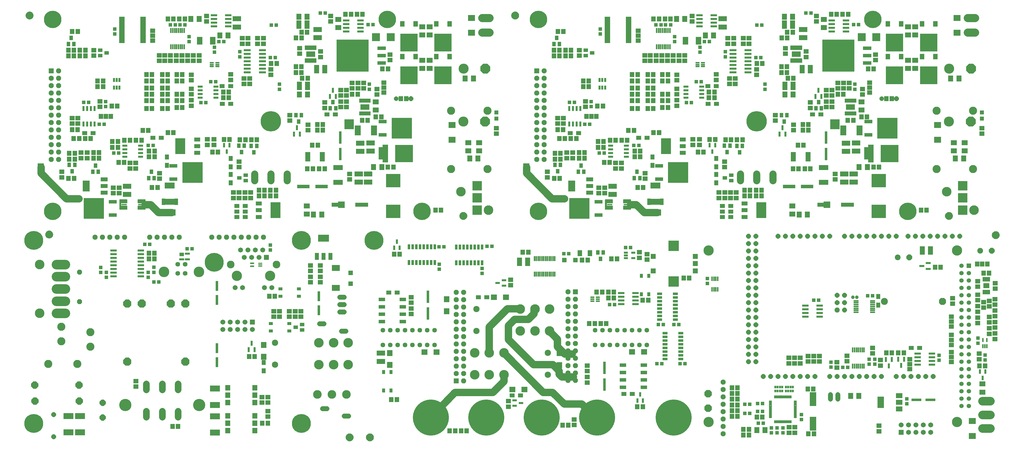
<source format=gts>
G75*
G70*
%OFA0B0*%
%FSLAX24Y24*%
%IPPOS*%
%LPD*%
%AMOC8*
5,1,8,0,0,1.08239X$1,22.5*
%
%ADD10R,0.1275X0.1700*%
%ADD11C,0.1000*%
%ADD12R,0.0671X0.0552*%
%ADD13R,0.0513X0.0474*%
%ADD14R,0.0592X0.0671*%
%ADD15R,0.0671X0.0592*%
%ADD16R,0.1143X0.0710*%
%ADD17R,0.0760X0.0270*%
%ADD18R,0.0474X0.0513*%
%ADD19R,0.0218X0.0710*%
%ADD20R,0.0710X0.0790*%
%ADD21C,0.0973*%
%ADD22C,0.2759*%
%ADD23R,0.0552X0.0671*%
%ADD24R,0.0830X0.0530*%
%ADD25R,0.1375X0.2125*%
%ADD26R,0.0690X0.0316*%
%ADD27R,0.0474X0.0631*%
%ADD28R,0.0631X0.0474*%
%ADD29R,0.0300X0.0680*%
%ADD30R,0.0300X0.0600*%
%ADD31R,0.1060X0.0450*%
%ADD32R,0.2770X0.2850*%
%ADD33R,0.0316X0.0690*%
%ADD34R,0.0789X0.0710*%
%ADD35R,0.0860X0.0300*%
%ADD36R,0.0674X0.0674*%
%ADD37OC8,0.0674*%
%ADD38R,0.2444X0.2365*%
%ADD39R,0.0749X0.0592*%
%ADD40R,0.0789X0.1340*%
%ADD41R,0.0680X0.1280*%
%ADD42R,0.1280X0.0680*%
%ADD43R,0.0260X0.0580*%
%ADD44R,0.1240X0.0770*%
%ADD45R,0.0710X0.1143*%
%ADD46C,0.1360*%
%ADD47OC8,0.1360*%
%ADD48R,0.2365X0.2444*%
%ADD49R,0.0592X0.0749*%
%ADD50R,0.0540X0.0220*%
%ADD51R,0.0300X0.0580*%
%ADD52R,0.0710X0.0789*%
%ADD53R,0.0946X0.0316*%
%ADD54C,0.1100*%
%ADD55R,0.1680X0.0510*%
%ADD56OC8,0.0640*%
%ADD57OC8,0.0600*%
%ADD58R,0.0946X0.0789*%
%ADD59R,0.1939X0.1841*%
%ADD60C,0.1100*%
%ADD61R,0.1720X0.0550*%
%ADD62R,0.1340X0.0789*%
%ADD63OC8,0.0973*%
%ADD64C,0.0907*%
%ADD65OC8,0.0840*%
%ADD66C,0.1653*%
%ADD67R,0.0678X0.0781*%
%ADD68R,0.1064X0.0789*%
%ADD69C,0.0674*%
%ADD70R,0.0631X0.0631*%
%ADD71C,0.0674*%
%ADD72R,0.0560X0.0960*%
%ADD73R,0.1504X0.0953*%
%ADD74C,0.0640*%
%ADD75C,0.1436*%
%ADD76C,0.1039*%
%ADD77C,0.1386*%
%ADD78R,0.0380X0.1360*%
%ADD79R,0.0520X0.0180*%
%ADD80R,0.0520X0.0200*%
%ADD81R,0.0600X0.0450*%
%ADD82R,0.0700X0.0300*%
%ADD83OC8,0.0680*%
%ADD84R,0.0867X0.0474*%
%ADD85R,0.0220X0.0710*%
%ADD86R,0.0600X0.0300*%
%ADD87R,0.0867X0.0671*%
%ADD88R,0.0867X0.1576*%
%ADD89C,0.0477*%
%ADD90R,0.0660X0.0220*%
%ADD91R,0.0867X0.1852*%
%ADD92R,0.0680X0.0300*%
%ADD93R,0.0790X0.0710*%
%ADD94C,0.0946*%
%ADD95OC8,0.0946*%
%ADD96OC8,0.0634*%
%ADD97R,0.0320X0.0690*%
%ADD98R,0.0749X0.0789*%
%ADD99C,0.1299*%
%ADD100C,0.0848*%
%ADD101C,0.4885*%
%ADD102C,0.1172*%
%ADD103R,0.0690X0.0320*%
%ADD104R,0.0430X0.0580*%
%ADD105C,0.0595*%
%ADD106R,0.0595X0.0595*%
%ADD107R,0.0580X0.0300*%
%ADD108R,0.0631X0.0789*%
%ADD109R,0.0789X0.0749*%
%ADD110C,0.0634*%
%ADD111C,0.0103*%
%ADD112R,0.0277X0.0336*%
%ADD113R,0.0220X0.0600*%
%ADD114C,0.0050*%
%ADD115C,0.0780*%
%ADD116OC8,0.0780*%
%ADD117R,0.1299X0.1299*%
%ADD118C,0.1299*%
%ADD119R,0.0220X0.0660*%
%ADD120R,0.1360X0.0380*%
%ADD121R,0.0380X0.1680*%
%ADD122OC8,0.0996*%
%ADD123R,0.0190X0.0630*%
%ADD124R,0.1200X0.0730*%
%ADD125R,0.1393X0.1393*%
%ADD126R,0.0552X0.0552*%
%ADD127R,0.0250X0.0640*%
%ADD128R,0.0820X0.0700*%
%ADD129R,0.0220X0.0540*%
%ADD130OC8,0.1100*%
%ADD131R,0.0580X0.0430*%
%ADD132C,0.0680*%
%ADD133R,0.0730X0.0250*%
%ADD134R,0.1140X0.0480*%
%ADD135R,0.4320X0.4370*%
%ADD136R,0.1102X0.1083*%
%ADD137C,0.1169*%
%ADD138R,0.0960X0.0560*%
%ADD139R,0.0953X0.1504*%
%ADD140R,0.0516X0.0516*%
%ADD141C,0.2365*%
%ADD142C,0.2562*%
D10*
X052394Y042428D03*
X118142Y042428D03*
D11*
X089504Y034403D02*
X087729Y034403D01*
X086654Y035478D01*
X085879Y035478D01*
X076954Y036278D02*
X075254Y036278D01*
X071804Y039728D01*
X071804Y040553D01*
X072812Y021453D02*
X072812Y020703D01*
X072037Y019928D01*
X070187Y019928D01*
X069337Y019078D01*
X069337Y017203D01*
X072737Y013803D01*
X075362Y013803D01*
X076212Y012953D01*
X076212Y012503D01*
X076587Y012128D01*
X078137Y012128D01*
X075318Y010053D02*
X074043Y010053D01*
X068812Y015303D01*
X068787Y015353D02*
X068712Y015353D01*
X066737Y015453D02*
X066687Y015403D01*
X066737Y015453D02*
X066737Y018903D01*
X069212Y021378D01*
X070937Y021378D01*
X074912Y018328D02*
X075987Y017253D01*
X075987Y016228D01*
X076962Y015253D01*
X077962Y015253D01*
X068737Y012503D02*
X068737Y011528D01*
X067237Y010028D01*
X062112Y010028D01*
X059193Y007053D01*
X075318Y010053D02*
X076893Y008478D01*
X079268Y008478D01*
X080818Y006928D01*
X080993Y006928D01*
X023756Y034403D02*
X021981Y034403D01*
X020906Y035478D01*
X020131Y035478D01*
X011206Y036278D02*
X009506Y036278D01*
X006056Y039728D01*
X006056Y040553D01*
D12*
X011960Y045178D03*
X013102Y045178D03*
X021210Y044528D03*
X022352Y044528D03*
X030610Y049153D03*
X031752Y049153D03*
X031727Y051528D03*
X030585Y051528D03*
X044760Y047703D03*
X045902Y047703D03*
X033702Y035303D03*
X033702Y034553D03*
X033702Y033803D03*
X032560Y033803D03*
X032560Y034553D03*
X032560Y035303D03*
X053141Y023578D03*
X054283Y023578D03*
X065266Y022953D03*
X066408Y022953D03*
X069822Y009653D03*
X070964Y009653D03*
X084967Y009840D03*
X086109Y009840D03*
X123871Y016078D03*
X125013Y016078D03*
X099450Y033803D03*
X099450Y034553D03*
X099450Y035303D03*
X098308Y035303D03*
X098308Y034553D03*
X098308Y033803D03*
X088100Y044528D03*
X086958Y044528D03*
X078850Y045178D03*
X077708Y045178D03*
X096358Y049153D03*
X097500Y049153D03*
X097475Y051528D03*
X096333Y051528D03*
X110508Y047703D03*
X111650Y047703D03*
D13*
X104079Y051119D03*
X104079Y051788D03*
X103514Y055403D03*
X102845Y055403D03*
X096539Y057578D03*
X095870Y057578D03*
X091289Y059853D03*
X090620Y059853D03*
X089989Y059853D03*
X089320Y059853D03*
X094770Y052153D03*
X095439Y052153D03*
X094114Y049303D03*
X093445Y049303D03*
X086989Y043503D03*
X086320Y043503D03*
X082314Y042478D03*
X081645Y042478D03*
X080339Y046378D03*
X079670Y046378D03*
X078264Y049328D03*
X077595Y049328D03*
X050991Y059878D03*
X050322Y059878D03*
X037766Y055403D03*
X037097Y055403D03*
X030791Y057578D03*
X030122Y057578D03*
X025541Y059853D03*
X024872Y059853D03*
X024241Y059853D03*
X023572Y059853D03*
X029022Y052153D03*
X029691Y052153D03*
X028366Y049303D03*
X027697Y049303D03*
X038331Y051119D03*
X038331Y051788D03*
X021241Y043503D03*
X020572Y043503D03*
X016566Y042478D03*
X015897Y042478D03*
X014591Y046378D03*
X013922Y046378D03*
X012516Y049328D03*
X011847Y049328D03*
X037112Y030013D03*
X037112Y029344D03*
X026521Y029503D03*
X025852Y029503D03*
X059952Y029778D03*
X060621Y029778D03*
X066452Y029853D03*
X067121Y029853D03*
X083052Y021928D03*
X083721Y021928D03*
X089652Y019228D03*
X090321Y019228D03*
X091727Y019228D03*
X092396Y019228D03*
X092577Y013953D03*
X093246Y013953D03*
X090096Y013953D03*
X089427Y013953D03*
X101332Y008453D03*
X102001Y008453D03*
X103057Y008528D03*
X103726Y008528D03*
X103726Y007478D03*
X103057Y007478D03*
X102001Y007203D03*
X101332Y007203D03*
X103157Y005878D03*
X103826Y005878D03*
X114607Y013453D03*
X115276Y013453D03*
X111351Y022528D03*
X110682Y022528D03*
X117957Y023153D03*
X118626Y023153D03*
X085871Y029678D03*
X085202Y029678D03*
X116070Y059878D03*
X116739Y059878D03*
D14*
X115328Y061278D03*
X114580Y061278D03*
X113778Y061278D03*
X113030Y061278D03*
X107828Y058853D03*
X107080Y058853D03*
X107078Y058078D03*
X106330Y058078D03*
X103703Y054603D03*
X102955Y054603D03*
X106305Y054178D03*
X107053Y054178D03*
X107053Y053378D03*
X106305Y053378D03*
X107155Y052603D03*
X107903Y052603D03*
X113930Y050428D03*
X114678Y050428D03*
X120505Y049853D03*
X121253Y049853D03*
X117878Y047378D03*
X117130Y047378D03*
X116028Y046903D03*
X115280Y046903D03*
X109953Y046353D03*
X109205Y046353D03*
X109205Y045578D03*
X109953Y045578D03*
X109278Y043528D03*
X108530Y043528D03*
X108603Y040353D03*
X107855Y040353D03*
X109455Y040353D03*
X110203Y040353D03*
X103603Y037453D03*
X102855Y037453D03*
X102855Y036678D03*
X103603Y036678D03*
X102053Y036678D03*
X101305Y036678D03*
X101305Y037453D03*
X102053Y037453D03*
X095753Y042603D03*
X095005Y042603D03*
X096580Y044303D03*
X097328Y044303D03*
X098730Y044278D03*
X099478Y044278D03*
X100280Y044278D03*
X101028Y044278D03*
X090928Y048653D03*
X090180Y048653D03*
X088953Y048503D03*
X088205Y048503D03*
X086828Y048503D03*
X086080Y048503D03*
X086080Y049578D03*
X086828Y049578D03*
X086828Y050428D03*
X086080Y050428D03*
X088205Y050428D03*
X088953Y050428D03*
X088953Y049578D03*
X088205Y049578D03*
X090180Y049578D03*
X090928Y049578D03*
X090928Y050428D03*
X090180Y050428D03*
X088953Y051273D03*
X088205Y051273D03*
X088205Y052253D03*
X088953Y052253D03*
X090180Y052253D03*
X090928Y052253D03*
X090928Y053103D03*
X090180Y053103D03*
X088953Y053103D03*
X088205Y053103D03*
X086828Y053103D03*
X086080Y053103D03*
X086080Y052253D03*
X086828Y052253D03*
X086828Y051273D03*
X086080Y051273D03*
X082128Y048853D03*
X081380Y048853D03*
X081248Y047453D03*
X080579Y047453D03*
X079910Y047453D03*
X076753Y045653D03*
X076005Y045653D03*
X076230Y044428D03*
X076978Y044428D03*
X077780Y044428D03*
X078528Y044428D03*
X081455Y044028D03*
X082203Y044028D03*
X082203Y043253D03*
X081455Y043253D03*
X083101Y044205D03*
X083849Y044205D03*
X084655Y044203D03*
X085403Y044203D03*
X085584Y045547D03*
X086332Y045547D03*
X088980Y045228D03*
X089728Y045228D03*
X087178Y042729D03*
X086430Y042729D03*
X086430Y041960D03*
X087178Y041960D03*
X083053Y041203D03*
X082305Y041203D03*
X079653Y041778D03*
X078905Y041778D03*
X078905Y042553D03*
X079653Y042553D03*
X076378Y042428D03*
X075630Y042428D03*
X075630Y041653D03*
X076378Y041653D03*
X076278Y039053D03*
X075530Y039053D03*
X086830Y037803D03*
X087578Y037803D03*
X072036Y029053D03*
X071288Y029053D03*
X079313Y027978D03*
X080061Y027978D03*
X083288Y028128D03*
X084036Y028128D03*
X093063Y025528D03*
X093811Y025528D03*
X088261Y022553D03*
X087513Y022553D03*
X083611Y022853D03*
X082863Y022853D03*
X082863Y023628D03*
X083611Y023628D03*
X082036Y023628D03*
X081288Y023628D03*
X081036Y019378D03*
X080288Y019378D03*
X081838Y019378D03*
X082586Y019378D03*
X099593Y010678D03*
X100341Y010678D03*
X100341Y009903D03*
X099593Y009903D03*
X099593Y009128D03*
X100341Y009128D03*
X100341Y008353D03*
X099593Y008353D03*
X099593Y007578D03*
X100341Y007578D03*
X100341Y006803D03*
X099593Y006803D03*
X101143Y005053D03*
X101891Y005053D03*
X101891Y004278D03*
X101143Y004278D03*
X102968Y006703D03*
X103716Y006703D03*
X109943Y004453D03*
X110691Y004453D03*
X110616Y010503D03*
X109868Y010503D03*
X120493Y015403D03*
X121241Y015403D03*
X122118Y015403D03*
X122866Y015403D03*
X133118Y013628D03*
X133866Y013628D03*
X133663Y026203D03*
X134411Y026203D03*
X134156Y027453D03*
X133487Y027453D03*
X132817Y027453D03*
X127841Y027003D03*
X127093Y027003D03*
X125953Y034728D03*
X125205Y034728D03*
X119503Y040578D03*
X118755Y040578D03*
X097228Y049978D03*
X096480Y049978D03*
X096480Y050753D03*
X097228Y050753D03*
X080203Y051478D03*
X079455Y051478D03*
X079455Y052253D03*
X080203Y052253D03*
X077803Y055628D03*
X077055Y055628D03*
X077055Y056403D03*
X077803Y056403D03*
X076253Y056403D03*
X075505Y056403D03*
X075505Y055628D03*
X076253Y055628D03*
X076030Y058953D03*
X076778Y058953D03*
X088980Y060628D03*
X089728Y060628D03*
X090530Y060628D03*
X091278Y060628D03*
X118030Y053878D03*
X118778Y053878D03*
X060205Y034728D03*
X059457Y034728D03*
X054611Y028778D03*
X053863Y028778D03*
X037711Y023078D03*
X036963Y023078D03*
X021411Y028128D03*
X020663Y028128D03*
X020663Y028903D03*
X021411Y028903D03*
X035557Y036678D03*
X036305Y036678D03*
X036305Y037453D03*
X035557Y037453D03*
X037107Y037453D03*
X037855Y037453D03*
X037855Y036678D03*
X037107Y036678D03*
X042107Y040353D03*
X042855Y040353D03*
X043707Y040353D03*
X044455Y040353D03*
X043530Y043528D03*
X042782Y043528D03*
X043457Y045578D03*
X044205Y045578D03*
X044205Y046353D03*
X043457Y046353D03*
X049532Y046903D03*
X050280Y046903D03*
X051382Y047378D03*
X052130Y047378D03*
X054757Y049853D03*
X055505Y049853D03*
X048930Y050428D03*
X048182Y050428D03*
X042155Y052603D03*
X041407Y052603D03*
X041305Y053378D03*
X040557Y053378D03*
X040557Y054178D03*
X041305Y054178D03*
X037955Y054603D03*
X037207Y054603D03*
X040582Y058078D03*
X041330Y058078D03*
X041332Y058853D03*
X042080Y058853D03*
X047282Y061278D03*
X048030Y061278D03*
X048832Y061278D03*
X049580Y061278D03*
X052282Y053878D03*
X053030Y053878D03*
X031480Y050753D03*
X030732Y050753D03*
X030732Y049978D03*
X031480Y049978D03*
X025180Y049578D03*
X024432Y049578D03*
X024432Y050428D03*
X025180Y050428D03*
X023205Y050428D03*
X022457Y050428D03*
X022457Y049578D03*
X023205Y049578D03*
X023205Y048503D03*
X022457Y048503D03*
X021080Y048503D03*
X020332Y048503D03*
X020332Y049578D03*
X021080Y049578D03*
X021080Y050428D03*
X020332Y050428D03*
X020332Y051273D03*
X021080Y051273D03*
X021080Y052253D03*
X020332Y052253D03*
X022457Y052253D03*
X023205Y052253D03*
X023205Y051273D03*
X022457Y051273D03*
X024432Y052253D03*
X025180Y052253D03*
X025180Y053103D03*
X024432Y053103D03*
X023205Y053103D03*
X022457Y053103D03*
X021080Y053103D03*
X020332Y053103D03*
X014455Y052253D03*
X013707Y052253D03*
X013707Y051478D03*
X014455Y051478D03*
X015632Y048853D03*
X016380Y048853D03*
X015500Y047453D03*
X014831Y047453D03*
X014162Y047453D03*
X011005Y045653D03*
X010257Y045653D03*
X010482Y044428D03*
X011230Y044428D03*
X012032Y044428D03*
X012780Y044428D03*
X013157Y042553D03*
X013905Y042553D03*
X013905Y041778D03*
X013157Y041778D03*
X010630Y041653D03*
X009882Y041653D03*
X009882Y042428D03*
X010630Y042428D03*
X015707Y043253D03*
X016455Y043253D03*
X016455Y044028D03*
X015707Y044028D03*
X017353Y044205D03*
X018101Y044205D03*
X018907Y044203D03*
X019655Y044203D03*
X019836Y045547D03*
X020584Y045547D03*
X023232Y045228D03*
X023980Y045228D03*
X021430Y042729D03*
X020682Y042729D03*
X020682Y041960D03*
X021430Y041960D03*
X017305Y041203D03*
X016557Y041203D03*
X010530Y039053D03*
X009782Y039053D03*
X021082Y037803D03*
X021830Y037803D03*
X029257Y042603D03*
X030005Y042603D03*
X030832Y044303D03*
X031580Y044303D03*
X032982Y044278D03*
X033730Y044278D03*
X034532Y044278D03*
X035280Y044278D03*
X025180Y048653D03*
X024432Y048653D03*
X012055Y055628D03*
X011307Y055628D03*
X011307Y056403D03*
X012055Y056403D03*
X010505Y056403D03*
X009757Y056403D03*
X009757Y055628D03*
X010505Y055628D03*
X010282Y058953D03*
X011030Y058953D03*
X023232Y060628D03*
X023980Y060628D03*
X024782Y060628D03*
X025530Y060628D03*
X053007Y040578D03*
X053755Y040578D03*
X034986Y014903D03*
X034238Y014903D03*
X053488Y009078D03*
X054236Y009078D03*
X061388Y004828D03*
X062136Y004828D03*
X062938Y004828D03*
X063686Y004828D03*
X076688Y005610D03*
X077436Y005610D03*
X086788Y008103D03*
X087536Y008103D03*
X036761Y005878D03*
X036013Y005878D03*
X024611Y005428D03*
X023863Y005428D03*
D15*
X018912Y010829D03*
X018912Y011577D03*
X035987Y009402D03*
X036762Y009402D03*
X036762Y008654D03*
X035987Y008654D03*
X036762Y007502D03*
X036762Y006754D03*
X037562Y020304D03*
X037562Y021052D03*
X038337Y021052D03*
X038337Y020304D03*
X039687Y020304D03*
X039687Y021052D03*
X040462Y021052D03*
X040462Y020304D03*
X041237Y020304D03*
X041237Y021052D03*
X042537Y024954D03*
X043887Y024954D03*
X043887Y025702D03*
X043887Y026504D03*
X043887Y027252D03*
X042537Y027252D03*
X042537Y026504D03*
X042537Y025702D03*
X056187Y022952D03*
X056187Y022204D03*
X056187Y021402D03*
X056187Y020654D03*
X069637Y024554D03*
X069637Y025302D03*
X087087Y028279D03*
X087087Y029027D03*
X088112Y028777D03*
X088112Y028029D03*
X097854Y036379D03*
X097854Y037127D03*
X098629Y037127D03*
X098629Y036379D03*
X099404Y036379D03*
X099404Y037127D03*
X100179Y037127D03*
X100179Y036379D03*
X098604Y040554D03*
X098604Y041302D03*
X095204Y043579D03*
X094304Y043579D03*
X094304Y044327D03*
X095204Y044327D03*
X092154Y048884D03*
X092154Y049632D03*
X092154Y050429D03*
X092154Y051177D03*
X092154Y052329D03*
X092154Y053077D03*
X092429Y054954D03*
X092429Y055702D03*
X091654Y055702D03*
X091654Y054954D03*
X090879Y054954D03*
X090879Y055702D03*
X090104Y055702D03*
X090104Y054954D03*
X089329Y054954D03*
X089329Y055702D03*
X088554Y055702D03*
X088554Y054954D03*
X087804Y054954D03*
X087804Y055702D03*
X086904Y057709D03*
X086904Y058378D03*
X086904Y059048D03*
X093204Y055702D03*
X093204Y054954D03*
X097479Y053127D03*
X099279Y052577D03*
X099279Y051829D03*
X100054Y051829D03*
X100054Y052577D03*
X097479Y052379D03*
X102929Y053054D03*
X102929Y053802D03*
X106829Y055929D03*
X106829Y056677D03*
X109654Y056227D03*
X109654Y055479D03*
X113929Y051977D03*
X113929Y051229D03*
X114704Y051229D03*
X114704Y051977D03*
X115479Y051977D03*
X115479Y051229D03*
X117279Y051152D03*
X117279Y050404D03*
X118229Y050659D03*
X118229Y051328D03*
X118229Y051998D03*
X113154Y051002D03*
X113154Y050254D03*
X112379Y050254D03*
X112379Y051002D03*
X112379Y049452D03*
X112379Y048704D03*
X113154Y048704D03*
X113154Y049452D03*
X110204Y049327D03*
X110204Y048579D03*
X107954Y046302D03*
X105479Y046854D03*
X105479Y047602D03*
X107954Y045554D03*
X113579Y039652D03*
X113579Y038904D03*
X133454Y045104D03*
X133454Y045852D03*
X119054Y055054D03*
X119054Y055802D03*
X111029Y060304D03*
X111029Y061052D03*
X101904Y058027D03*
X101904Y057279D03*
X101129Y057279D03*
X101129Y058027D03*
X099829Y058027D03*
X099829Y057279D03*
X099054Y057279D03*
X099054Y058027D03*
X094204Y060304D03*
X094204Y061052D03*
X078954Y056402D03*
X078954Y055654D03*
X079779Y049477D03*
X079779Y048729D03*
X076779Y047202D03*
X076779Y046454D03*
X076004Y046454D03*
X076004Y047202D03*
X067706Y045852D03*
X067706Y045104D03*
X077229Y042527D03*
X078054Y042527D03*
X078054Y041779D03*
X077229Y041779D03*
X074604Y039927D03*
X074604Y039179D03*
X081579Y037777D03*
X081579Y037029D03*
X082379Y037029D03*
X082379Y037777D03*
X083854Y040379D03*
X083854Y041127D03*
X084629Y041127D03*
X084629Y040379D03*
X087854Y039752D03*
X087854Y039004D03*
X052481Y050659D03*
X052481Y051328D03*
X052481Y051998D03*
X051531Y051152D03*
X051531Y050404D03*
X049731Y051229D03*
X049731Y051977D03*
X048956Y051977D03*
X048956Y051229D03*
X048181Y051229D03*
X048181Y051977D03*
X047406Y051002D03*
X047406Y050254D03*
X046631Y050254D03*
X046631Y051002D03*
X046631Y049452D03*
X046631Y048704D03*
X047406Y048704D03*
X047406Y049452D03*
X044456Y049327D03*
X044456Y048579D03*
X042206Y046302D03*
X042206Y045554D03*
X039731Y046854D03*
X039731Y047602D03*
X034306Y051829D03*
X034306Y052577D03*
X033531Y052577D03*
X033531Y051829D03*
X031731Y052379D03*
X031731Y053127D03*
X027456Y054954D03*
X027456Y055702D03*
X026681Y055702D03*
X026681Y054954D03*
X025906Y054954D03*
X025906Y055702D03*
X025131Y055702D03*
X025131Y054954D03*
X024356Y054954D03*
X024356Y055702D03*
X023581Y055702D03*
X023581Y054954D03*
X022806Y054954D03*
X022806Y055702D03*
X022056Y055702D03*
X022056Y054954D03*
X026406Y053077D03*
X026406Y052329D03*
X026406Y051177D03*
X026406Y050429D03*
X026406Y049632D03*
X026406Y048884D03*
X028556Y044327D03*
X029456Y044327D03*
X029456Y043579D03*
X028556Y043579D03*
X032856Y041302D03*
X032856Y040554D03*
X032881Y037127D03*
X032881Y036379D03*
X032106Y036379D03*
X032106Y037127D03*
X033656Y037127D03*
X033656Y036379D03*
X034431Y036379D03*
X034431Y037127D03*
X022106Y039004D03*
X022106Y039752D03*
X018881Y040379D03*
X018881Y041127D03*
X018106Y041127D03*
X018106Y040379D03*
X016631Y037777D03*
X016631Y037029D03*
X015831Y037029D03*
X015831Y037777D03*
X008856Y039179D03*
X008856Y039927D03*
X011481Y041779D03*
X012306Y041779D03*
X012306Y042527D03*
X011481Y042527D03*
X011031Y046454D03*
X011031Y047202D03*
X010256Y047202D03*
X010256Y046454D03*
X014031Y048729D03*
X014031Y049477D03*
X013206Y055654D03*
X013206Y056402D03*
X021156Y057709D03*
X021156Y058378D03*
X021156Y059048D03*
X028456Y060304D03*
X028456Y061052D03*
X033306Y058027D03*
X033306Y057279D03*
X034081Y057279D03*
X034081Y058027D03*
X035381Y058027D03*
X035381Y057279D03*
X036156Y057279D03*
X036156Y058027D03*
X041081Y056677D03*
X041081Y055929D03*
X043906Y056227D03*
X043906Y055479D03*
X037181Y053802D03*
X037181Y053054D03*
X053306Y055054D03*
X053306Y055802D03*
X045281Y060304D03*
X045281Y061052D03*
X047831Y039652D03*
X047831Y038904D03*
X080012Y013677D03*
X080012Y012929D03*
X080012Y012127D03*
X080012Y011379D03*
X078243Y006377D03*
X078243Y005629D03*
X069343Y008110D03*
X069343Y008858D03*
X107342Y005327D03*
X107342Y004579D03*
X108117Y004579D03*
X108117Y005327D03*
X119512Y005532D03*
X119512Y004784D03*
X119717Y013679D03*
X119717Y014427D03*
X118642Y015329D03*
X118642Y016077D03*
X115167Y015002D03*
X115167Y014254D03*
X113792Y014152D03*
X113792Y013404D03*
X111442Y014229D03*
X111442Y014977D03*
X110667Y014977D03*
X110667Y014229D03*
X109892Y014229D03*
X109892Y014977D03*
X108842Y014727D03*
X108842Y013979D03*
X108067Y013979D03*
X108067Y014727D03*
X107292Y014727D03*
X107292Y013979D03*
X123667Y013878D03*
X123667Y013209D03*
X123667Y014548D03*
X129317Y014828D03*
X129317Y014159D03*
X129317Y015498D03*
X129317Y016484D03*
X129317Y017153D03*
X129317Y017823D03*
X129317Y018959D03*
X129317Y019628D03*
X129317Y020298D03*
X129467Y022054D03*
X129467Y022802D03*
X132887Y022529D03*
X132887Y023277D03*
X135212Y022677D03*
X135212Y021929D03*
X134437Y021704D03*
X134437Y022452D03*
X133662Y022277D03*
X133662Y021529D03*
X132887Y021727D03*
X132887Y020979D03*
X132882Y020177D03*
X132882Y019429D03*
X134437Y019529D03*
X134437Y020277D03*
X135212Y020379D03*
X135212Y021127D03*
X135212Y019577D03*
X135212Y018829D03*
X134437Y018727D03*
X134437Y017979D03*
X135212Y018027D03*
X135212Y017279D03*
X133087Y015297D03*
X133087Y014549D03*
X135237Y024104D03*
X135237Y024852D03*
X132887Y025102D03*
X132887Y024354D03*
D16*
X116079Y038527D03*
X114804Y038527D03*
X114804Y039630D03*
X116079Y039630D03*
X116404Y042727D03*
X115029Y042702D03*
X115029Y043805D03*
X116404Y043830D03*
X109254Y058102D03*
X109254Y059205D03*
X098329Y059552D03*
X098329Y060655D03*
X050656Y043830D03*
X049281Y043805D03*
X049281Y042702D03*
X050656Y042727D03*
X050331Y039630D03*
X049056Y039630D03*
X049056Y038527D03*
X050331Y038527D03*
X017706Y037980D03*
X017706Y036877D03*
X043506Y058102D03*
X043506Y059205D03*
X032581Y059552D03*
X032581Y060655D03*
X083454Y037980D03*
X083454Y036877D03*
X052062Y015355D03*
X052062Y014252D03*
D17*
X029311Y057298D03*
X029311Y057548D03*
X029311Y057808D03*
X029311Y058058D03*
X027551Y058058D03*
X027551Y057808D03*
X027551Y057548D03*
X027551Y057298D03*
X093299Y057298D03*
X093299Y057548D03*
X093299Y057808D03*
X093299Y058058D03*
X095059Y058058D03*
X095059Y057808D03*
X095059Y057548D03*
X095059Y057298D03*
D18*
X095279Y056813D03*
X095279Y056144D03*
X098704Y056188D03*
X098704Y055519D03*
X091854Y057569D03*
X091854Y058238D03*
X081779Y058594D03*
X081779Y059263D03*
X080554Y049438D03*
X080554Y048769D03*
X102970Y059803D03*
X103639Y059803D03*
X109620Y061428D03*
X110289Y061428D03*
X116254Y051788D03*
X116254Y051119D03*
X077521Y028828D03*
X076852Y028828D03*
X065787Y026838D03*
X065787Y026169D03*
X059987Y026744D03*
X059987Y027413D03*
X096287Y025463D03*
X096287Y024794D03*
X118167Y014538D03*
X118167Y013869D03*
X118942Y013869D03*
X118942Y014538D03*
X113017Y014138D03*
X113017Y013469D03*
X123262Y009163D03*
X123262Y008494D03*
X127642Y014394D03*
X127642Y015063D03*
X132912Y016719D03*
X132912Y017388D03*
X133862Y015108D03*
X133862Y014439D03*
X109017Y007038D03*
X109017Y006369D03*
X106492Y005238D03*
X106492Y004569D03*
X105717Y004569D03*
X105717Y005238D03*
X104942Y005238D03*
X104942Y004569D03*
X022021Y025003D03*
X021352Y025003D03*
X020562Y025644D03*
X020562Y026313D03*
X021337Y026319D03*
X021337Y026988D03*
X014912Y026313D03*
X014912Y025644D03*
X014137Y026294D03*
X014137Y026963D03*
X020102Y030103D03*
X020771Y030103D03*
X014806Y048769D03*
X014806Y049438D03*
X029531Y056144D03*
X029531Y056813D03*
X026106Y057569D03*
X026106Y058238D03*
X032956Y056188D03*
X032956Y055519D03*
X037222Y059803D03*
X037891Y059803D03*
X043872Y061428D03*
X044541Y061428D03*
X050506Y051788D03*
X050506Y051119D03*
X016031Y058594D03*
X016031Y059263D03*
D19*
X023651Y059081D03*
X023907Y059081D03*
X024162Y059081D03*
X024418Y059081D03*
X024674Y059081D03*
X024930Y059081D03*
X025186Y059081D03*
X025442Y059081D03*
X025442Y056876D03*
X025186Y056876D03*
X024930Y056876D03*
X024674Y056876D03*
X024418Y056876D03*
X024162Y056876D03*
X023907Y056876D03*
X023651Y056876D03*
X089399Y056876D03*
X089655Y056876D03*
X089910Y056876D03*
X090166Y056876D03*
X090422Y056876D03*
X090678Y056876D03*
X090934Y056876D03*
X091190Y056876D03*
X091190Y059081D03*
X090934Y059081D03*
X090678Y059081D03*
X090422Y059081D03*
X090166Y059081D03*
X089910Y059081D03*
X089655Y059081D03*
X089399Y059081D03*
D20*
X092094Y060628D03*
X093214Y060628D03*
X064591Y052578D03*
X063471Y052578D03*
X052191Y040578D03*
X051071Y040578D03*
X044066Y034128D03*
X042946Y034128D03*
X027466Y060628D03*
X026346Y060628D03*
X108694Y034128D03*
X109814Y034128D03*
X116819Y040578D03*
X117939Y040578D03*
X129219Y052578D03*
X130339Y052578D03*
D21*
X105122Y039622D02*
X105122Y038737D01*
X102922Y038737D02*
X102922Y039622D01*
X100722Y039622D02*
X100722Y038737D01*
X039373Y038737D02*
X039373Y039622D01*
X037173Y039622D02*
X037173Y038737D01*
X034973Y038737D02*
X034973Y039622D01*
D22*
X037173Y046779D03*
X102922Y046779D03*
D23*
X097479Y041749D03*
X097479Y040607D03*
X097479Y039574D03*
X097479Y038432D03*
X088854Y040807D03*
X088854Y041949D03*
X119392Y023024D03*
X119392Y021882D03*
X036212Y014099D03*
X036212Y012957D03*
X031731Y038432D03*
X031731Y039574D03*
X031731Y040607D03*
X031731Y041749D03*
X023106Y041949D03*
X023106Y040807D03*
D24*
X027191Y042493D03*
X027191Y043403D03*
X027191Y044313D03*
X035546Y035638D03*
X035546Y034728D03*
X035546Y033818D03*
X092939Y042493D03*
X092939Y043403D03*
X092939Y044313D03*
X101294Y035638D03*
X101294Y034728D03*
X101294Y033818D03*
D25*
X103564Y034728D03*
X090669Y043403D03*
X037816Y034728D03*
X024921Y043403D03*
D26*
X019544Y043455D03*
X019544Y042955D03*
X019544Y042455D03*
X019544Y041955D03*
X017418Y041955D03*
X017418Y042455D03*
X017418Y042955D03*
X017418Y043455D03*
X027618Y049980D03*
X027618Y050480D03*
X027618Y050980D03*
X027618Y051480D03*
X029744Y051480D03*
X029744Y050980D03*
X029744Y050480D03*
X029744Y049980D03*
X083166Y043455D03*
X083166Y042955D03*
X083166Y042455D03*
X083166Y041955D03*
X085292Y041955D03*
X085292Y042455D03*
X085292Y042955D03*
X085292Y043455D03*
X093366Y049980D03*
X093366Y050480D03*
X093366Y050980D03*
X093366Y051480D03*
X095492Y051480D03*
X095492Y050980D03*
X095492Y050480D03*
X095492Y049980D03*
D27*
X106305Y047611D03*
X107053Y047611D03*
X106679Y046745D03*
X110955Y048520D03*
X111703Y048520D03*
X111329Y049386D03*
X101003Y043436D03*
X100255Y043436D03*
X099328Y043461D03*
X098580Y043461D03*
X098954Y042595D03*
X100629Y042570D03*
X087128Y039070D03*
X086380Y039070D03*
X086754Y039936D03*
X079553Y039920D03*
X078805Y039920D03*
X079179Y040786D03*
X076378Y040861D03*
X075630Y040861D03*
X076004Y039995D03*
X081438Y029011D03*
X082186Y029011D03*
X081812Y028145D03*
X040931Y046745D03*
X040557Y047611D03*
X041305Y047611D03*
X045207Y048520D03*
X045955Y048520D03*
X045581Y049386D03*
X035255Y043436D03*
X034507Y043436D03*
X033580Y043461D03*
X032832Y043461D03*
X033206Y042595D03*
X034881Y042570D03*
X021380Y039070D03*
X020632Y039070D03*
X021006Y039936D03*
X013805Y039920D03*
X013057Y039920D03*
X013431Y040786D03*
X010630Y040861D03*
X009882Y040861D03*
X010256Y039995D03*
X010505Y057220D03*
X009757Y057220D03*
X010131Y058086D03*
X075505Y057220D03*
X076253Y057220D03*
X075879Y058086D03*
D28*
X079821Y056402D03*
X079821Y055654D03*
X080687Y056028D03*
X099512Y039477D03*
X099512Y038729D03*
X098646Y039103D03*
X041395Y019252D03*
X041395Y018504D03*
X040529Y018878D03*
X033764Y038729D03*
X033764Y039477D03*
X032898Y039103D03*
X014939Y056028D03*
X014073Y055654D03*
X014073Y056402D03*
D29*
X040306Y045053D03*
X041106Y045053D03*
X040706Y045903D03*
X045156Y050128D03*
X045956Y050128D03*
X045556Y050978D03*
X106054Y045053D03*
X106854Y045053D03*
X106454Y045903D03*
X110904Y050128D03*
X111704Y050128D03*
X111304Y050978D03*
X034587Y016703D03*
X034987Y015853D03*
X034187Y015853D03*
X120442Y014503D03*
X121242Y014503D03*
X122092Y014553D03*
X122892Y014553D03*
X122492Y013703D03*
X120842Y013653D03*
D30*
X133172Y012858D03*
X133912Y012858D03*
X133542Y011998D03*
X087532Y008923D03*
X086792Y008923D03*
X087162Y009783D03*
X054607Y029623D03*
X053867Y029623D03*
X054237Y030483D03*
X031206Y042673D03*
X030836Y043533D03*
X031576Y043533D03*
X096584Y043533D03*
X097324Y043533D03*
X096954Y042673D03*
D31*
X089736Y040736D03*
X089736Y038936D03*
X081524Y035878D03*
X081524Y034078D03*
X052311Y044928D03*
X052311Y046728D03*
X023988Y040736D03*
X023988Y038936D03*
X015776Y035878D03*
X015776Y034078D03*
X118059Y044928D03*
X118059Y046728D03*
D32*
X120639Y045828D03*
X092316Y039836D03*
X078944Y034978D03*
X054891Y045828D03*
X026568Y039836D03*
X013196Y034978D03*
D33*
X013308Y046390D03*
X012808Y046390D03*
X012308Y046390D03*
X011808Y046390D03*
X011808Y048516D03*
X012308Y048516D03*
X012808Y048516D03*
X013308Y048516D03*
X077556Y048516D03*
X078056Y048516D03*
X078556Y048516D03*
X079056Y048516D03*
X079056Y046390D03*
X078556Y046390D03*
X078056Y046390D03*
X077556Y046390D03*
D34*
X065356Y043880D03*
X063906Y043880D03*
X063906Y042777D03*
X065356Y042777D03*
X051381Y048302D03*
X051381Y049405D03*
X057681Y053927D03*
X058656Y053927D03*
X058656Y055030D03*
X057681Y055030D03*
X057681Y058477D03*
X058656Y058477D03*
X058656Y059580D03*
X057681Y059580D03*
X046306Y059477D03*
X046306Y060580D03*
X042031Y035305D03*
X042031Y034202D03*
X107779Y034202D03*
X107779Y035305D03*
X129654Y042777D03*
X131104Y042777D03*
X131104Y043880D03*
X129654Y043880D03*
X117129Y048302D03*
X117129Y049405D03*
X123429Y053927D03*
X124404Y053927D03*
X124404Y055030D03*
X123429Y055030D03*
X123429Y058477D03*
X124404Y058477D03*
X124404Y059580D03*
X123429Y059580D03*
X112054Y059477D03*
X112054Y060580D03*
D35*
X113109Y060428D03*
X113109Y059928D03*
X113109Y059428D03*
X113109Y058928D03*
X115049Y058928D03*
X115049Y059428D03*
X115049Y059928D03*
X115049Y060428D03*
X097149Y060653D03*
X097149Y060153D03*
X097149Y059653D03*
X097149Y061153D03*
X095209Y061153D03*
X095209Y060653D03*
X095209Y060153D03*
X095209Y059653D03*
X049301Y059428D03*
X049301Y058928D03*
X049301Y059928D03*
X049301Y060428D03*
X047361Y060428D03*
X047361Y059928D03*
X047361Y059428D03*
X047361Y058928D03*
X031401Y059653D03*
X031401Y060153D03*
X031401Y060653D03*
X031401Y061153D03*
X029461Y061153D03*
X029461Y060653D03*
X029461Y060153D03*
X029461Y059653D03*
X019562Y029278D03*
X019562Y028778D03*
X019562Y028278D03*
X019562Y027778D03*
X019562Y027278D03*
X019562Y026778D03*
X019562Y026278D03*
X019562Y025778D03*
X015862Y025778D03*
X015862Y026278D03*
X015862Y026778D03*
X015862Y027278D03*
X015862Y027778D03*
X015862Y028278D03*
X015862Y028778D03*
X015862Y029278D03*
X084592Y023503D03*
X084592Y023003D03*
X084592Y022503D03*
X084592Y022003D03*
X086532Y022003D03*
X086532Y022503D03*
X086532Y023003D03*
X086532Y023503D03*
X109522Y021803D03*
X109522Y021303D03*
X109522Y020803D03*
X109522Y020303D03*
X111462Y020303D03*
X111462Y020803D03*
X111462Y021303D03*
X111462Y021803D03*
X124747Y015303D03*
X124747Y014803D03*
X124747Y014303D03*
X124747Y013803D03*
X126687Y013803D03*
X126687Y014303D03*
X126687Y014803D03*
X126687Y015303D03*
D36*
X122517Y004628D03*
X078414Y023673D03*
X088945Y026504D03*
X088945Y028472D03*
X094654Y028472D03*
X094654Y027488D03*
X094654Y026504D03*
X062273Y011618D03*
X034662Y019578D03*
X036577Y028352D03*
X007438Y053594D03*
X073186Y053594D03*
D37*
X073186Y052594D03*
X074186Y052594D03*
X074186Y053594D03*
X074186Y051594D03*
X074186Y050594D03*
X073186Y050594D03*
X073186Y051594D03*
X073186Y049594D03*
X074186Y049594D03*
X074186Y048594D03*
X074186Y047594D03*
X073186Y047594D03*
X073186Y048594D03*
X073186Y046594D03*
X073186Y045594D03*
X074186Y045594D03*
X074186Y046594D03*
X074186Y044594D03*
X073186Y044594D03*
X073186Y043594D03*
X073186Y042594D03*
X074186Y042594D03*
X074186Y043594D03*
X074186Y041594D03*
X073186Y041594D03*
X036162Y031078D03*
X035162Y031078D03*
X034162Y031078D03*
X033162Y031078D03*
X032162Y031078D03*
X031162Y031078D03*
X030162Y031078D03*
X029162Y031078D03*
X024762Y031078D03*
X023762Y031078D03*
X022762Y031078D03*
X021762Y031078D03*
X020762Y031078D03*
X017387Y031078D03*
X016387Y031078D03*
X015387Y031078D03*
X014387Y031078D03*
X013387Y031078D03*
X008438Y041594D03*
X007438Y041594D03*
X007438Y042594D03*
X008438Y042594D03*
X008438Y043594D03*
X007438Y043594D03*
X007438Y044594D03*
X008438Y044594D03*
X008438Y045594D03*
X007438Y045594D03*
X007438Y046594D03*
X008438Y046594D03*
X008438Y047594D03*
X007438Y047594D03*
X007438Y048594D03*
X008438Y048594D03*
X008438Y049594D03*
X007438Y049594D03*
X007438Y050594D03*
X008438Y050594D03*
X008438Y051594D03*
X007438Y051594D03*
X007438Y052594D03*
X008438Y052594D03*
X008438Y053594D03*
X062273Y023618D03*
X063273Y023618D03*
X063273Y022618D03*
X062273Y022618D03*
X062273Y021618D03*
X063273Y021618D03*
X063273Y020618D03*
X062273Y020618D03*
X062273Y019618D03*
X063273Y019618D03*
X063273Y018618D03*
X063273Y017618D03*
X062273Y017618D03*
X062273Y018618D03*
X062273Y016618D03*
X063273Y016618D03*
X063273Y015618D03*
X062273Y015618D03*
X062273Y014618D03*
X063273Y014618D03*
X063273Y013618D03*
X063273Y012618D03*
X062273Y012618D03*
X062273Y013618D03*
X063273Y011618D03*
X077414Y011673D03*
X078414Y011673D03*
X078414Y012673D03*
X077414Y012673D03*
X077414Y013673D03*
X078414Y013673D03*
X078414Y014673D03*
X077414Y014673D03*
X077414Y015673D03*
X077414Y016673D03*
X078414Y016673D03*
X078414Y015673D03*
X078414Y017673D03*
X077414Y017673D03*
X077414Y018673D03*
X078414Y018673D03*
X078414Y019673D03*
X077414Y019673D03*
X077414Y020673D03*
X077414Y021673D03*
X078414Y021673D03*
X078414Y020673D03*
X078414Y022673D03*
X077414Y022673D03*
X077414Y023673D03*
X098417Y011428D03*
X098417Y010428D03*
X098417Y009428D03*
X098417Y008428D03*
X098417Y007428D03*
X098417Y006428D03*
X098417Y005428D03*
X098417Y004428D03*
D38*
X120953Y042403D03*
X055205Y042403D03*
D39*
X052670Y041504D03*
X052670Y043303D03*
X118418Y043303D03*
X118418Y041504D03*
D40*
X116882Y045553D03*
X114677Y045553D03*
X051134Y045553D03*
X048929Y045553D03*
D41*
X044146Y041978D03*
X042166Y041978D03*
X107914Y041978D03*
X109894Y041978D03*
D42*
X112004Y040493D03*
X112004Y038513D03*
X046256Y038513D03*
X046256Y040493D03*
D43*
X049264Y047823D03*
X049520Y047823D03*
X049776Y047823D03*
X050036Y047823D03*
X050292Y047823D03*
X050548Y047823D03*
X050548Y049583D03*
X050292Y049583D03*
X050036Y049583D03*
X049776Y049583D03*
X049520Y049583D03*
X049264Y049583D03*
X115012Y049583D03*
X115268Y049583D03*
X115524Y049583D03*
X115784Y049583D03*
X116040Y049583D03*
X116296Y049583D03*
X116296Y047823D03*
X116040Y047823D03*
X115784Y047823D03*
X115524Y047823D03*
X115268Y047823D03*
X115012Y047823D03*
D44*
X115654Y048703D03*
X049906Y048703D03*
D45*
X042132Y051578D03*
X041030Y051578D03*
X043355Y053853D03*
X044457Y053853D03*
X042057Y059878D03*
X040955Y059878D03*
X106703Y059878D03*
X107805Y059878D03*
X109103Y053853D03*
X110205Y053853D03*
X107880Y051578D03*
X106778Y051578D03*
X125365Y029278D03*
X126468Y029278D03*
X071938Y027753D03*
X070835Y027753D03*
D46*
X063230Y046753D03*
X063255Y053903D03*
X129003Y053903D03*
X128978Y046753D03*
D47*
X131931Y046753D03*
X131956Y053903D03*
X066208Y053903D03*
X066183Y046753D03*
D48*
X060481Y053004D03*
X055856Y053004D03*
X055856Y057429D03*
X060481Y057429D03*
X121604Y057429D03*
X126229Y057429D03*
X126229Y053004D03*
X121604Y053004D03*
D49*
X120705Y055540D03*
X122504Y055540D03*
X125330Y055540D03*
X127129Y055540D03*
X127129Y059965D03*
X125330Y059965D03*
X122504Y059965D03*
X120705Y059965D03*
X061381Y059965D03*
X059582Y059965D03*
X056756Y059965D03*
X054957Y059965D03*
X054957Y055540D03*
X056756Y055540D03*
X059582Y055540D03*
X061381Y055540D03*
D50*
X029926Y054713D03*
X029926Y054453D03*
X029926Y054193D03*
X029186Y054193D03*
X029186Y054453D03*
X029186Y054713D03*
X094934Y054713D03*
X094934Y054453D03*
X094934Y054193D03*
X095674Y054193D03*
X095674Y054453D03*
X095674Y054713D03*
X081432Y022938D03*
X081432Y022678D03*
X081432Y022418D03*
X080692Y022418D03*
X080692Y022678D03*
X080692Y022938D03*
D51*
X081684Y051343D03*
X082054Y051343D03*
X082424Y051343D03*
X082424Y052363D03*
X082054Y052363D03*
X081684Y052363D03*
X016676Y052363D03*
X016306Y052363D03*
X015936Y052363D03*
X015936Y051343D03*
X016306Y051343D03*
X016676Y051343D03*
D52*
X030255Y058403D03*
X031357Y058403D03*
X040955Y060953D03*
X042057Y060953D03*
X042132Y050403D03*
X041030Y050403D03*
X064105Y041753D03*
X065207Y041753D03*
X096003Y058403D03*
X097105Y058403D03*
X106703Y060953D03*
X107805Y060953D03*
X107880Y050403D03*
X106778Y050403D03*
X129853Y041753D03*
X130955Y041753D03*
X116788Y009578D03*
X115685Y009578D03*
X104068Y004928D03*
X102965Y004928D03*
D53*
X101774Y053403D03*
X101774Y053903D03*
X101774Y054403D03*
X101774Y054903D03*
X101774Y055403D03*
X101774Y055903D03*
X101774Y056403D03*
X099734Y056403D03*
X099734Y055903D03*
X099734Y055403D03*
X099734Y054903D03*
X099734Y054403D03*
X099734Y053903D03*
X099734Y053403D03*
X036026Y053403D03*
X036026Y053903D03*
X036026Y054403D03*
X036026Y054903D03*
X036026Y055403D03*
X036026Y055903D03*
X036026Y056403D03*
X033986Y056403D03*
X033986Y055903D03*
X033986Y055403D03*
X033986Y054903D03*
X033986Y054403D03*
X033986Y053903D03*
X033986Y053403D03*
D54*
X065756Y058803D02*
X066756Y058803D01*
X066756Y060772D02*
X065756Y060772D01*
X131504Y060772D02*
X132504Y060772D01*
X132504Y058803D02*
X131504Y058803D01*
D55*
X109784Y037953D03*
X107324Y037953D03*
X044036Y037953D03*
X041576Y037953D03*
D56*
X007762Y004053D03*
X007762Y007053D03*
X056131Y049853D03*
X121879Y049853D03*
D57*
X119879Y049853D03*
X054131Y049853D03*
D58*
X061706Y046282D03*
X061706Y044274D03*
X064331Y058774D03*
X064331Y060782D03*
X127454Y046282D03*
X127454Y044274D03*
X130079Y058774D03*
X130079Y060782D03*
X132142Y006157D03*
X132142Y004149D03*
D59*
X119479Y034579D03*
X119479Y038720D03*
X053731Y038720D03*
X053731Y034579D03*
D60*
X061571Y040316D03*
X066492Y040316D03*
X066492Y048190D03*
X061571Y048190D03*
X127319Y048190D03*
X132240Y048190D03*
X132240Y040316D03*
X127319Y040316D03*
X012730Y018204D03*
X008793Y018952D03*
X008793Y016977D03*
X012730Y016229D03*
X010962Y013893D03*
X007025Y013893D03*
D61*
X046281Y035478D03*
X049481Y035478D03*
X112029Y035478D03*
X115229Y035478D03*
D62*
X089229Y035876D03*
X089229Y038081D03*
X029612Y010556D03*
X029612Y008351D03*
X029612Y006806D03*
X029612Y004601D03*
X011337Y004626D03*
X009787Y004626D03*
X009787Y006831D03*
X011337Y006831D03*
X023481Y035876D03*
X023481Y038081D03*
D63*
X011197Y011049D03*
X011222Y008868D03*
X005222Y008868D03*
X005197Y011049D03*
D64*
X020312Y011216D02*
X020312Y010391D01*
X022462Y010391D02*
X022462Y011216D01*
X024612Y011216D02*
X024612Y010391D01*
X024612Y007516D02*
X024612Y006691D01*
X022462Y006691D02*
X022462Y007516D01*
X020312Y007516D02*
X020312Y006691D01*
D65*
X014412Y006628D03*
X014412Y008628D03*
D66*
X017487Y008328D03*
X027487Y008328D03*
D67*
X031333Y008678D03*
X031333Y009678D03*
X031333Y010678D03*
X034990Y010678D03*
X034990Y009678D03*
X034990Y008678D03*
X034990Y006878D03*
X034990Y005878D03*
X034990Y004878D03*
X031333Y004878D03*
X031333Y005878D03*
X031333Y006878D03*
D68*
X045962Y024195D03*
X045962Y026912D03*
D69*
X046515Y022953D02*
X047109Y022953D01*
X047109Y021953D02*
X046515Y021953D01*
X046515Y020953D02*
X047109Y020953D01*
X112942Y009725D02*
X112942Y009131D01*
X113942Y009131D02*
X113942Y009725D01*
D70*
X078410Y027978D03*
X076914Y027978D03*
X047962Y026251D03*
X047962Y024755D03*
D71*
X037317Y024234D03*
X036317Y024234D03*
X033337Y024234D03*
X032337Y024234D03*
X033577Y028352D03*
X034577Y028352D03*
X035577Y028352D03*
X035077Y029352D03*
X034077Y029352D03*
X033077Y029352D03*
X036077Y029352D03*
X033662Y019578D03*
X032662Y019578D03*
X031662Y019578D03*
X030662Y019578D03*
X030662Y018578D03*
X031662Y018578D03*
X032662Y018578D03*
X033662Y018578D03*
X034662Y018578D03*
X122517Y005628D03*
X123517Y005628D03*
X124517Y005628D03*
X125517Y005628D03*
X126517Y005628D03*
X126517Y004628D03*
X125517Y004628D03*
X124517Y004628D03*
X123517Y004628D03*
D72*
X045222Y028483D03*
X044312Y028483D03*
X043402Y028483D03*
D73*
X044312Y030923D03*
D74*
X025555Y027418D03*
X024571Y027418D03*
X024571Y026158D03*
X025555Y026158D03*
D75*
X027433Y026355D03*
X022693Y026355D03*
D76*
X031727Y027384D03*
X037927Y027384D03*
D77*
X037077Y025852D03*
X032577Y025852D03*
X096425Y029259D03*
X130087Y029259D03*
X130087Y006031D03*
X096425Y006031D03*
D78*
X043662Y021178D03*
X043662Y023078D03*
X029862Y022578D03*
X029862Y024478D03*
X029862Y016028D03*
X029862Y014128D03*
D79*
X035727Y027153D03*
X035727Y027353D03*
X035727Y027553D03*
D80*
X034647Y027553D03*
X034647Y027153D03*
D81*
X025112Y028753D03*
D82*
X025862Y028833D03*
X025862Y028073D03*
X025112Y028073D03*
D83*
X011262Y026328D03*
X011262Y022328D03*
X113837Y021193D03*
D84*
X087679Y013728D03*
X087679Y012728D03*
X087679Y011728D03*
X087679Y010728D03*
X084844Y010728D03*
X084844Y011728D03*
X084844Y012728D03*
X084844Y013728D03*
X055054Y019628D03*
X055054Y020628D03*
X055054Y021628D03*
X055054Y022628D03*
X052219Y022628D03*
X052219Y021628D03*
X052219Y020628D03*
X052219Y019628D03*
D85*
X072857Y026078D03*
X073117Y026078D03*
X073357Y026078D03*
X073617Y026078D03*
X073857Y026078D03*
X074117Y026078D03*
X074357Y026078D03*
X074617Y026078D03*
X074857Y026078D03*
X075117Y026078D03*
X075357Y026078D03*
X075617Y026078D03*
X075617Y028178D03*
X075357Y028178D03*
X075117Y028178D03*
X074857Y028178D03*
X074617Y028178D03*
X074357Y028178D03*
X074117Y028178D03*
X073857Y028178D03*
X073617Y028178D03*
X073357Y028178D03*
X073117Y028178D03*
X072857Y028178D03*
D86*
X068742Y025248D03*
X068742Y024508D03*
X067882Y024878D03*
X070188Y008973D03*
X070188Y008233D03*
X071048Y008603D03*
D87*
X122232Y008703D03*
X122232Y007798D03*
X122232Y009609D03*
D88*
X119752Y008703D03*
D89*
X116517Y022928D03*
X115966Y022928D03*
D90*
X116407Y022448D03*
X116407Y022188D03*
X116407Y021938D03*
X116407Y021678D03*
X116407Y021418D03*
X116407Y021168D03*
X116407Y020908D03*
X118627Y020908D03*
X118627Y021168D03*
X118627Y021418D03*
X118627Y021678D03*
X118627Y021938D03*
X118627Y022188D03*
X118627Y022448D03*
D91*
X110567Y009152D03*
X110567Y005805D03*
D92*
X126167Y026778D03*
X125317Y027178D03*
X126167Y027578D03*
D93*
X133492Y011188D03*
X133492Y010069D03*
D94*
X120237Y022378D03*
D95*
X128107Y022378D03*
D96*
X114837Y022193D03*
X113837Y022193D03*
X113837Y023193D03*
X114837Y023193D03*
X114837Y021193D03*
X102837Y021193D03*
X101837Y021193D03*
X101837Y020193D03*
X102837Y020193D03*
X102837Y019193D03*
X101837Y019193D03*
X101837Y018193D03*
X102837Y018193D03*
X102837Y017193D03*
X101837Y017193D03*
X101837Y016193D03*
X101837Y015193D03*
X102837Y015193D03*
X102837Y016193D03*
X102837Y014193D03*
X101837Y014193D03*
X103837Y012193D03*
X104837Y012193D03*
X105837Y012193D03*
X106837Y012193D03*
X107837Y012193D03*
X108837Y012193D03*
X109837Y012193D03*
X110837Y012193D03*
X112837Y012193D03*
X113837Y012193D03*
X114837Y012193D03*
X115837Y012193D03*
X116837Y012193D03*
X117837Y012193D03*
X118837Y012193D03*
X119837Y012193D03*
X121837Y012193D03*
X122837Y012193D03*
X123837Y012193D03*
X124837Y012193D03*
X125837Y012193D03*
X126837Y012193D03*
X102837Y022193D03*
X101837Y022193D03*
X101837Y023193D03*
X101837Y024193D03*
X102837Y024193D03*
X102837Y023193D03*
X102837Y025193D03*
X101837Y025193D03*
X101837Y026193D03*
X102837Y026193D03*
X102837Y027193D03*
X101837Y027193D03*
X101837Y028193D03*
X101837Y029193D03*
X102837Y029193D03*
X102837Y028193D03*
X102837Y030193D03*
X101837Y030193D03*
X101837Y031193D03*
X102837Y031193D03*
X105837Y031193D03*
X106837Y031193D03*
X107837Y031193D03*
X108837Y031193D03*
X109837Y031193D03*
X110837Y031193D03*
X111837Y031193D03*
X112837Y031193D03*
X114837Y031193D03*
X115837Y031193D03*
X116837Y031193D03*
X117837Y031193D03*
X118837Y031193D03*
X119837Y031193D03*
X120837Y031193D03*
X121837Y031193D03*
X123437Y031193D03*
X124437Y031193D03*
X125437Y031193D03*
X126437Y031193D03*
X127437Y031193D03*
X128437Y031193D03*
X129437Y031193D03*
X130437Y031193D03*
D97*
X065787Y029738D03*
X065287Y029738D03*
X064787Y029738D03*
X064287Y029738D03*
X063787Y029738D03*
X063287Y029738D03*
X062787Y029738D03*
X062287Y029738D03*
X059362Y029763D03*
X058862Y029763D03*
X058362Y029763D03*
X057862Y029763D03*
X057362Y029763D03*
X056862Y029763D03*
X056362Y029763D03*
X055862Y029763D03*
X055862Y027643D03*
X056362Y027643D03*
X056862Y027643D03*
X057362Y027643D03*
X057862Y027643D03*
X058362Y027643D03*
X058862Y027643D03*
X059362Y027643D03*
X062287Y027618D03*
X062787Y027618D03*
X063287Y027618D03*
X063787Y027618D03*
X064287Y027618D03*
X064787Y027618D03*
X065287Y027618D03*
X065787Y027618D03*
D98*
X060987Y022654D03*
X060987Y021039D03*
X053287Y015385D03*
X053287Y013771D03*
X036212Y014871D03*
X036212Y016485D03*
X076237Y015360D03*
X076237Y013746D03*
D99*
X068732Y012440D03*
X066748Y012440D03*
X064764Y012440D03*
X064764Y015417D03*
X066748Y015417D03*
X068732Y015417D03*
X070941Y018365D03*
X072926Y018365D03*
X074910Y018365D03*
X074910Y021342D03*
X072926Y021342D03*
X070941Y021342D03*
X047647Y016767D03*
X045663Y016767D03*
X043679Y016767D03*
X043679Y013790D03*
X045663Y013790D03*
X047647Y013790D03*
X005863Y020764D03*
X005863Y027378D03*
X062921Y037227D03*
X066622Y034746D03*
X128669Y037227D03*
X132370Y034746D03*
D100*
X074685Y015417D03*
X074685Y012440D03*
X064989Y018365D03*
X064989Y021342D03*
X037726Y016767D03*
X037726Y013790D03*
D101*
X058847Y006622D03*
X066347Y006622D03*
X073847Y006622D03*
X081347Y006622D03*
X091701Y006622D03*
D102*
X133498Y007015D02*
X134563Y007015D01*
X134563Y005165D02*
X133498Y005165D01*
X133498Y008865D02*
X134563Y008865D01*
D103*
X092672Y014578D03*
X092672Y015078D03*
X092672Y015578D03*
X092672Y016078D03*
X092672Y016578D03*
X092672Y017078D03*
X092672Y017578D03*
X092672Y018078D03*
X090552Y018078D03*
X090552Y017578D03*
X090552Y017078D03*
X090552Y016578D03*
X090552Y016078D03*
X090552Y015578D03*
X090552Y015078D03*
X090552Y014578D03*
X089802Y019903D03*
X089802Y020403D03*
X089802Y020903D03*
X089802Y021403D03*
X089802Y021903D03*
X089802Y022403D03*
X089802Y022903D03*
X089802Y023403D03*
X091922Y023403D03*
X091922Y022903D03*
X091922Y022403D03*
X091922Y021903D03*
X091922Y021403D03*
X091922Y020903D03*
X091922Y020403D03*
X091922Y019903D03*
D104*
X088337Y023328D03*
X087337Y023328D03*
X087337Y025828D03*
X088337Y025828D03*
X053437Y012803D03*
X052437Y012803D03*
X052437Y010303D03*
X053437Y010303D03*
D105*
X130662Y010196D03*
X131662Y010196D03*
X131662Y011196D03*
X130662Y011196D03*
X130662Y012196D03*
X131662Y012196D03*
X131662Y013196D03*
X130662Y013196D03*
X130662Y014196D03*
X131662Y014196D03*
X131662Y015196D03*
X130662Y015196D03*
X130662Y016196D03*
X131662Y016196D03*
X131662Y017196D03*
X130662Y017196D03*
X130662Y018196D03*
X131662Y018196D03*
X131662Y019196D03*
X130662Y019196D03*
X130662Y020196D03*
X131662Y020196D03*
X131662Y021196D03*
X130662Y021196D03*
X130662Y022196D03*
X131662Y022196D03*
X131662Y023196D03*
X130662Y023196D03*
X130662Y024196D03*
X131662Y024196D03*
X131662Y025196D03*
X130662Y025196D03*
X130662Y026196D03*
X131662Y026196D03*
X130662Y027196D03*
X130662Y009196D03*
X130662Y008196D03*
X131662Y008196D03*
X131662Y009196D03*
D106*
X131662Y027196D03*
D107*
X086247Y028233D03*
X086247Y028973D03*
X085227Y028973D03*
X085227Y028603D03*
X085227Y028233D03*
D108*
X080356Y028903D03*
X079017Y028903D03*
D109*
X068994Y022953D03*
X067380Y022953D03*
X059600Y015503D03*
X057985Y015503D03*
X069886Y010453D03*
X071500Y010453D03*
X086080Y015528D03*
X087694Y015528D03*
D110*
X088071Y016464D03*
X087071Y016464D03*
X086071Y016464D03*
X085071Y016464D03*
X084071Y016464D03*
X083071Y016464D03*
X082071Y016464D03*
X081071Y016464D03*
X081071Y018464D03*
X082071Y018464D03*
X083071Y018464D03*
X084071Y018464D03*
X085071Y018464D03*
X086071Y018464D03*
X087071Y018464D03*
X088071Y018464D03*
X059331Y018464D03*
X058331Y018464D03*
X057331Y018464D03*
X056331Y018464D03*
X055331Y018464D03*
X054331Y018464D03*
X053331Y018464D03*
X052331Y018464D03*
X052331Y016464D03*
X053331Y016464D03*
X054331Y016464D03*
X055331Y016464D03*
X056331Y016464D03*
X057331Y016464D03*
X058331Y016464D03*
X059331Y016464D03*
D111*
X104628Y008809D02*
X104940Y008809D01*
X104628Y008809D02*
X104628Y008913D01*
X104940Y008913D01*
X104940Y008809D01*
X104940Y008911D02*
X104628Y008911D01*
X104628Y008612D02*
X104940Y008612D01*
X104628Y008612D02*
X104628Y008716D01*
X104940Y008716D01*
X104940Y008612D01*
X104940Y008714D02*
X104628Y008714D01*
X104628Y008415D02*
X104940Y008415D01*
X104628Y008415D02*
X104628Y008519D01*
X104940Y008519D01*
X104940Y008415D01*
X104940Y008517D02*
X104628Y008517D01*
X104628Y008218D02*
X104940Y008218D01*
X104628Y008218D02*
X104628Y008322D01*
X104940Y008322D01*
X104940Y008218D01*
X104940Y008320D02*
X104628Y008320D01*
X104628Y008022D02*
X104940Y008022D01*
X104628Y008022D02*
X104628Y008126D01*
X104940Y008126D01*
X104940Y008022D01*
X104940Y008124D02*
X104628Y008124D01*
X104628Y007825D02*
X104940Y007825D01*
X104628Y007825D02*
X104628Y007929D01*
X104940Y007929D01*
X104940Y007825D01*
X104940Y007927D02*
X104628Y007927D01*
X104628Y007628D02*
X104940Y007628D01*
X104628Y007628D02*
X104628Y007732D01*
X104940Y007732D01*
X104940Y007628D01*
X104940Y007730D02*
X104628Y007730D01*
X104628Y007431D02*
X104940Y007431D01*
X104628Y007431D02*
X104628Y007535D01*
X104940Y007535D01*
X104940Y007431D01*
X104940Y007533D02*
X104628Y007533D01*
X104628Y007234D02*
X104940Y007234D01*
X104628Y007234D02*
X104628Y007338D01*
X104940Y007338D01*
X104940Y007234D01*
X104940Y007336D02*
X104628Y007336D01*
X104628Y007037D02*
X104940Y007037D01*
X104628Y007037D02*
X104628Y007141D01*
X104940Y007141D01*
X104940Y007037D01*
X104940Y007139D02*
X104628Y007139D01*
X104628Y006841D02*
X104940Y006841D01*
X104628Y006841D02*
X104628Y006945D01*
X104940Y006945D01*
X104940Y006841D01*
X104940Y006943D02*
X104628Y006943D01*
X104628Y006644D02*
X104940Y006644D01*
X104628Y006644D02*
X104628Y006748D01*
X104940Y006748D01*
X104940Y006644D01*
X104940Y006746D02*
X104628Y006746D01*
X105436Y006251D02*
X105436Y005939D01*
X105332Y005939D01*
X105332Y006251D01*
X105436Y006251D01*
X105436Y006041D02*
X105332Y006041D01*
X105332Y006143D02*
X105436Y006143D01*
X105436Y006245D02*
X105332Y006245D01*
X105633Y006251D02*
X105633Y005939D01*
X105529Y005939D01*
X105529Y006251D01*
X105633Y006251D01*
X105633Y006041D02*
X105529Y006041D01*
X105529Y006143D02*
X105633Y006143D01*
X105633Y006245D02*
X105529Y006245D01*
X105830Y006251D02*
X105830Y005939D01*
X105726Y005939D01*
X105726Y006251D01*
X105830Y006251D01*
X105830Y006041D02*
X105726Y006041D01*
X105726Y006143D02*
X105830Y006143D01*
X105830Y006245D02*
X105726Y006245D01*
X106027Y006251D02*
X106027Y005939D01*
X105923Y005939D01*
X105923Y006251D01*
X106027Y006251D01*
X106027Y006041D02*
X105923Y006041D01*
X105923Y006143D02*
X106027Y006143D01*
X106027Y006245D02*
X105923Y006245D01*
X106223Y006251D02*
X106223Y005939D01*
X106119Y005939D01*
X106119Y006251D01*
X106223Y006251D01*
X106223Y006041D02*
X106119Y006041D01*
X106119Y006143D02*
X106223Y006143D01*
X106223Y006245D02*
X106119Y006245D01*
X106420Y006251D02*
X106420Y005939D01*
X106316Y005939D01*
X106316Y006251D01*
X106420Y006251D01*
X106420Y006041D02*
X106316Y006041D01*
X106316Y006143D02*
X106420Y006143D01*
X106420Y006245D02*
X106316Y006245D01*
X106617Y006251D02*
X106617Y005939D01*
X106513Y005939D01*
X106513Y006251D01*
X106617Y006251D01*
X106617Y006041D02*
X106513Y006041D01*
X106513Y006143D02*
X106617Y006143D01*
X106617Y006245D02*
X106513Y006245D01*
X106814Y006251D02*
X106814Y005939D01*
X106710Y005939D01*
X106710Y006251D01*
X106814Y006251D01*
X106814Y006041D02*
X106710Y006041D01*
X106710Y006143D02*
X106814Y006143D01*
X106814Y006245D02*
X106710Y006245D01*
X107011Y006251D02*
X107011Y005939D01*
X106907Y005939D01*
X106907Y006251D01*
X107011Y006251D01*
X107011Y006041D02*
X106907Y006041D01*
X106907Y006143D02*
X107011Y006143D01*
X107011Y006245D02*
X106907Y006245D01*
X107208Y006251D02*
X107208Y005939D01*
X107104Y005939D01*
X107104Y006251D01*
X107208Y006251D01*
X107208Y006041D02*
X107104Y006041D01*
X107104Y006143D02*
X107208Y006143D01*
X107208Y006245D02*
X107104Y006245D01*
X107405Y006251D02*
X107405Y005939D01*
X107301Y005939D01*
X107301Y006251D01*
X107405Y006251D01*
X107405Y006041D02*
X107301Y006041D01*
X107301Y006143D02*
X107405Y006143D01*
X107405Y006245D02*
X107301Y006245D01*
X107601Y006251D02*
X107601Y005939D01*
X107497Y005939D01*
X107497Y006251D01*
X107601Y006251D01*
X107601Y006041D02*
X107497Y006041D01*
X107497Y006143D02*
X107601Y006143D01*
X107601Y006245D02*
X107497Y006245D01*
X107994Y006644D02*
X108306Y006644D01*
X107994Y006644D02*
X107994Y006748D01*
X108306Y006748D01*
X108306Y006644D01*
X108306Y006746D02*
X107994Y006746D01*
X107994Y006841D02*
X108306Y006841D01*
X107994Y006841D02*
X107994Y006945D01*
X108306Y006945D01*
X108306Y006841D01*
X108306Y006943D02*
X107994Y006943D01*
X107994Y007037D02*
X108306Y007037D01*
X107994Y007037D02*
X107994Y007141D01*
X108306Y007141D01*
X108306Y007037D01*
X108306Y007139D02*
X107994Y007139D01*
X107994Y007234D02*
X108306Y007234D01*
X107994Y007234D02*
X107994Y007338D01*
X108306Y007338D01*
X108306Y007234D01*
X108306Y007336D02*
X107994Y007336D01*
X107994Y007431D02*
X108306Y007431D01*
X107994Y007431D02*
X107994Y007535D01*
X108306Y007535D01*
X108306Y007431D01*
X108306Y007533D02*
X107994Y007533D01*
X107994Y007628D02*
X108306Y007628D01*
X107994Y007628D02*
X107994Y007732D01*
X108306Y007732D01*
X108306Y007628D01*
X108306Y007730D02*
X107994Y007730D01*
X107994Y007825D02*
X108306Y007825D01*
X107994Y007825D02*
X107994Y007929D01*
X108306Y007929D01*
X108306Y007825D01*
X108306Y007927D02*
X107994Y007927D01*
X107994Y008022D02*
X108306Y008022D01*
X107994Y008022D02*
X107994Y008126D01*
X108306Y008126D01*
X108306Y008022D01*
X108306Y008124D02*
X107994Y008124D01*
X107994Y008218D02*
X108306Y008218D01*
X107994Y008218D02*
X107994Y008322D01*
X108306Y008322D01*
X108306Y008218D01*
X108306Y008320D02*
X107994Y008320D01*
X107994Y008415D02*
X108306Y008415D01*
X107994Y008415D02*
X107994Y008519D01*
X108306Y008519D01*
X108306Y008415D01*
X108306Y008517D02*
X107994Y008517D01*
X107994Y008612D02*
X108306Y008612D01*
X107994Y008612D02*
X107994Y008716D01*
X108306Y008716D01*
X108306Y008612D01*
X108306Y008714D02*
X107994Y008714D01*
X107994Y008809D02*
X108306Y008809D01*
X107994Y008809D02*
X107994Y008913D01*
X108306Y008913D01*
X108306Y008809D01*
X108306Y008911D02*
X107994Y008911D01*
X107601Y009305D02*
X107601Y009617D01*
X107601Y009305D02*
X107497Y009305D01*
X107497Y009617D01*
X107601Y009617D01*
X107601Y009407D02*
X107497Y009407D01*
X107497Y009509D02*
X107601Y009509D01*
X107601Y009611D02*
X107497Y009611D01*
X107405Y009617D02*
X107405Y009305D01*
X107301Y009305D01*
X107301Y009617D01*
X107405Y009617D01*
X107405Y009407D02*
X107301Y009407D01*
X107301Y009509D02*
X107405Y009509D01*
X107405Y009611D02*
X107301Y009611D01*
X107208Y009617D02*
X107208Y009305D01*
X107104Y009305D01*
X107104Y009617D01*
X107208Y009617D01*
X107208Y009407D02*
X107104Y009407D01*
X107104Y009509D02*
X107208Y009509D01*
X107208Y009611D02*
X107104Y009611D01*
X107011Y009617D02*
X107011Y009305D01*
X106907Y009305D01*
X106907Y009617D01*
X107011Y009617D01*
X107011Y009407D02*
X106907Y009407D01*
X106907Y009509D02*
X107011Y009509D01*
X107011Y009611D02*
X106907Y009611D01*
X106814Y009617D02*
X106814Y009305D01*
X106710Y009305D01*
X106710Y009617D01*
X106814Y009617D01*
X106814Y009407D02*
X106710Y009407D01*
X106710Y009509D02*
X106814Y009509D01*
X106814Y009611D02*
X106710Y009611D01*
X106617Y009617D02*
X106617Y009305D01*
X106513Y009305D01*
X106513Y009617D01*
X106617Y009617D01*
X106617Y009407D02*
X106513Y009407D01*
X106513Y009509D02*
X106617Y009509D01*
X106617Y009611D02*
X106513Y009611D01*
X106420Y009617D02*
X106420Y009305D01*
X106316Y009305D01*
X106316Y009617D01*
X106420Y009617D01*
X106420Y009407D02*
X106316Y009407D01*
X106316Y009509D02*
X106420Y009509D01*
X106420Y009611D02*
X106316Y009611D01*
X106223Y009617D02*
X106223Y009305D01*
X106119Y009305D01*
X106119Y009617D01*
X106223Y009617D01*
X106223Y009407D02*
X106119Y009407D01*
X106119Y009509D02*
X106223Y009509D01*
X106223Y009611D02*
X106119Y009611D01*
X106027Y009617D02*
X106027Y009305D01*
X105923Y009305D01*
X105923Y009617D01*
X106027Y009617D01*
X106027Y009407D02*
X105923Y009407D01*
X105923Y009509D02*
X106027Y009509D01*
X106027Y009611D02*
X105923Y009611D01*
X105830Y009617D02*
X105830Y009305D01*
X105726Y009305D01*
X105726Y009617D01*
X105830Y009617D01*
X105830Y009407D02*
X105726Y009407D01*
X105726Y009509D02*
X105830Y009509D01*
X105830Y009611D02*
X105726Y009611D01*
X105633Y009617D02*
X105633Y009305D01*
X105529Y009305D01*
X105529Y009617D01*
X105633Y009617D01*
X105633Y009407D02*
X105529Y009407D01*
X105529Y009509D02*
X105633Y009509D01*
X105633Y009611D02*
X105529Y009611D01*
X105436Y009617D02*
X105436Y009305D01*
X105332Y009305D01*
X105332Y009617D01*
X105436Y009617D01*
X105436Y009407D02*
X105332Y009407D01*
X105332Y009509D02*
X105436Y009509D01*
X105436Y009611D02*
X105332Y009611D01*
D112*
X105469Y010238D03*
X105784Y010238D03*
X106099Y010238D03*
X106414Y010238D03*
X106894Y010238D03*
X107209Y010238D03*
X107524Y010238D03*
X107839Y010238D03*
X107839Y010769D03*
X107524Y010769D03*
X107209Y010769D03*
X106894Y010769D03*
X106414Y010769D03*
X106099Y010769D03*
X105784Y010769D03*
X105469Y010769D03*
D113*
X097667Y024008D03*
X097417Y024008D03*
X097157Y024008D03*
X096907Y024008D03*
X096907Y025448D03*
X097157Y025448D03*
X097417Y025448D03*
X097667Y025448D03*
D114*
X085904Y034828D02*
X084904Y034828D01*
X084904Y035303D01*
X085729Y035303D01*
X085729Y035703D01*
X084904Y035703D01*
X084904Y036178D01*
X085904Y036178D01*
X085904Y034828D01*
X085904Y034846D02*
X084904Y034846D01*
X084904Y034895D02*
X085904Y034895D01*
X085904Y034943D02*
X084904Y034943D01*
X084904Y034992D02*
X085904Y034992D01*
X085904Y035040D02*
X084904Y035040D01*
X084904Y035089D02*
X085904Y035089D01*
X085904Y035137D02*
X084904Y035137D01*
X084904Y035186D02*
X085904Y035186D01*
X085904Y035234D02*
X084904Y035234D01*
X084904Y035283D02*
X085904Y035283D01*
X085904Y035331D02*
X085729Y035331D01*
X085729Y035380D02*
X085904Y035380D01*
X085904Y035428D02*
X085729Y035428D01*
X085729Y035477D02*
X085904Y035477D01*
X085904Y035525D02*
X085729Y035525D01*
X085729Y035574D02*
X085904Y035574D01*
X085904Y035622D02*
X085729Y035622D01*
X085729Y035671D02*
X085904Y035671D01*
X085904Y035719D02*
X084904Y035719D01*
X084904Y035768D02*
X085904Y035768D01*
X085904Y035816D02*
X084904Y035816D01*
X084904Y035865D02*
X085904Y035865D01*
X085904Y035913D02*
X084904Y035913D01*
X084904Y035962D02*
X085904Y035962D01*
X085904Y036010D02*
X084904Y036010D01*
X084904Y036059D02*
X085904Y036059D01*
X085904Y036107D02*
X084904Y036107D01*
X084904Y036156D02*
X085904Y036156D01*
X085629Y035553D02*
X084979Y035553D01*
X084979Y035453D01*
X085629Y035453D01*
X085629Y035553D01*
X085629Y035525D02*
X084979Y035525D01*
X084979Y035477D02*
X085629Y035477D01*
X083454Y035303D02*
X083454Y034828D01*
X082454Y034828D01*
X082454Y036178D01*
X083454Y036178D01*
X083454Y035703D01*
X082629Y035703D01*
X082629Y035303D01*
X083454Y035303D01*
X083454Y035283D02*
X082454Y035283D01*
X082454Y035331D02*
X082629Y035331D01*
X082629Y035380D02*
X082454Y035380D01*
X082454Y035428D02*
X082629Y035428D01*
X082629Y035477D02*
X082454Y035477D01*
X082454Y035525D02*
X082629Y035525D01*
X082629Y035574D02*
X082454Y035574D01*
X082454Y035622D02*
X082629Y035622D01*
X082629Y035671D02*
X082454Y035671D01*
X082454Y035719D02*
X083454Y035719D01*
X083454Y035768D02*
X082454Y035768D01*
X082454Y035816D02*
X083454Y035816D01*
X083454Y035865D02*
X082454Y035865D01*
X082454Y035913D02*
X083454Y035913D01*
X083454Y035962D02*
X082454Y035962D01*
X082454Y036010D02*
X083454Y036010D01*
X083454Y036059D02*
X082454Y036059D01*
X082454Y036107D02*
X083454Y036107D01*
X083454Y036156D02*
X082454Y036156D01*
X082729Y035553D02*
X083379Y035553D01*
X083379Y035453D01*
X082729Y035453D01*
X082729Y035553D01*
X082729Y035525D02*
X083379Y035525D01*
X083379Y035477D02*
X082729Y035477D01*
X082454Y035234D02*
X083454Y035234D01*
X083454Y035186D02*
X082454Y035186D01*
X082454Y035137D02*
X083454Y035137D01*
X083454Y035089D02*
X082454Y035089D01*
X082454Y035040D02*
X083454Y035040D01*
X083454Y034992D02*
X082454Y034992D01*
X082454Y034943D02*
X083454Y034943D01*
X083454Y034895D02*
X082454Y034895D01*
X082454Y034846D02*
X083454Y034846D01*
X063731Y033953D02*
X063724Y033867D01*
X063701Y033782D01*
X063664Y033703D01*
X063614Y033632D01*
X063553Y033570D01*
X063481Y033520D01*
X063402Y033484D01*
X063318Y033461D01*
X063231Y033453D01*
X063144Y033461D01*
X063060Y033484D01*
X062981Y033520D01*
X062910Y033570D01*
X062848Y033632D01*
X062798Y033703D01*
X062761Y033782D01*
X062739Y033867D01*
X062731Y033953D01*
X062739Y034040D01*
X062761Y034124D01*
X062798Y034203D01*
X062848Y034275D01*
X062910Y034336D01*
X062981Y034386D01*
X063060Y034423D01*
X063144Y034446D01*
X063231Y034453D01*
X063318Y034446D01*
X063402Y034423D01*
X063481Y034386D01*
X063553Y034336D01*
X063614Y034275D01*
X063664Y034203D01*
X063701Y034124D01*
X063724Y034040D01*
X063731Y033953D01*
X063729Y033973D02*
X062733Y033973D01*
X062734Y033925D02*
X063729Y033925D01*
X063724Y033876D02*
X062738Y033876D01*
X062749Y033828D02*
X063713Y033828D01*
X063699Y033779D02*
X062763Y033779D01*
X062785Y033731D02*
X063677Y033731D01*
X063649Y033682D02*
X062813Y033682D01*
X062847Y033634D02*
X063615Y033634D01*
X063567Y033585D02*
X062895Y033585D01*
X062958Y033537D02*
X063504Y033537D01*
X063412Y033488D02*
X063051Y033488D01*
X062737Y034022D02*
X063725Y034022D01*
X063716Y034070D02*
X062747Y034070D01*
X062760Y034119D02*
X063703Y034119D01*
X063681Y034167D02*
X062781Y034167D01*
X062807Y034216D02*
X063656Y034216D01*
X063622Y034264D02*
X062841Y034264D01*
X062886Y034313D02*
X063576Y034313D01*
X063517Y034361D02*
X062945Y034361D01*
X063031Y034410D02*
X063432Y034410D01*
X020156Y034828D02*
X020156Y036178D01*
X019156Y036178D01*
X019156Y035703D01*
X019981Y035703D01*
X019981Y035303D01*
X019156Y035303D01*
X019156Y034828D01*
X020156Y034828D01*
X020156Y034846D02*
X019156Y034846D01*
X019156Y034895D02*
X020156Y034895D01*
X020156Y034943D02*
X019156Y034943D01*
X019156Y034992D02*
X020156Y034992D01*
X020156Y035040D02*
X019156Y035040D01*
X019156Y035089D02*
X020156Y035089D01*
X020156Y035137D02*
X019156Y035137D01*
X019156Y035186D02*
X020156Y035186D01*
X020156Y035234D02*
X019156Y035234D01*
X019156Y035283D02*
X020156Y035283D01*
X020156Y035331D02*
X019981Y035331D01*
X019981Y035380D02*
X020156Y035380D01*
X020156Y035428D02*
X019981Y035428D01*
X019981Y035477D02*
X020156Y035477D01*
X020156Y035525D02*
X019981Y035525D01*
X019981Y035574D02*
X020156Y035574D01*
X020156Y035622D02*
X019981Y035622D01*
X019981Y035671D02*
X020156Y035671D01*
X020156Y035719D02*
X019156Y035719D01*
X019156Y035768D02*
X020156Y035768D01*
X020156Y035816D02*
X019156Y035816D01*
X019156Y035865D02*
X020156Y035865D01*
X020156Y035913D02*
X019156Y035913D01*
X019156Y035962D02*
X020156Y035962D01*
X020156Y036010D02*
X019156Y036010D01*
X019156Y036059D02*
X020156Y036059D01*
X020156Y036107D02*
X019156Y036107D01*
X019156Y036156D02*
X020156Y036156D01*
X019881Y035553D02*
X019881Y035453D01*
X019231Y035453D01*
X019231Y035553D01*
X019881Y035553D01*
X019881Y035525D02*
X019231Y035525D01*
X019231Y035477D02*
X019881Y035477D01*
X017706Y035303D02*
X017706Y034828D01*
X016706Y034828D01*
X016706Y036178D01*
X017706Y036178D01*
X017706Y035703D01*
X016881Y035703D01*
X016881Y035303D01*
X017706Y035303D01*
X017706Y035283D02*
X016706Y035283D01*
X016706Y035331D02*
X016881Y035331D01*
X016881Y035380D02*
X016706Y035380D01*
X016706Y035428D02*
X016881Y035428D01*
X016881Y035477D02*
X016706Y035477D01*
X016706Y035525D02*
X016881Y035525D01*
X016881Y035574D02*
X016706Y035574D01*
X016706Y035622D02*
X016881Y035622D01*
X016881Y035671D02*
X016706Y035671D01*
X016706Y035719D02*
X017706Y035719D01*
X017706Y035768D02*
X016706Y035768D01*
X016706Y035816D02*
X017706Y035816D01*
X017706Y035865D02*
X016706Y035865D01*
X016706Y035913D02*
X017706Y035913D01*
X017706Y035962D02*
X016706Y035962D01*
X016706Y036010D02*
X017706Y036010D01*
X017706Y036059D02*
X016706Y036059D01*
X016706Y036107D02*
X017706Y036107D01*
X017706Y036156D02*
X016706Y036156D01*
X016981Y035553D02*
X017631Y035553D01*
X017631Y035453D01*
X016981Y035453D01*
X016981Y035553D01*
X016981Y035525D02*
X017631Y035525D01*
X017631Y035477D02*
X016981Y035477D01*
X016706Y035234D02*
X017706Y035234D01*
X017706Y035186D02*
X016706Y035186D01*
X016706Y035137D02*
X017706Y035137D01*
X017706Y035089D02*
X016706Y035089D01*
X016706Y035040D02*
X017706Y035040D01*
X017706Y034992D02*
X016706Y034992D01*
X016706Y034943D02*
X017706Y034943D01*
X017706Y034895D02*
X016706Y034895D01*
X016706Y034846D02*
X017706Y034846D01*
X007632Y031599D02*
X007654Y031515D01*
X007662Y031428D01*
X007654Y031342D01*
X007632Y031257D01*
X007595Y031178D01*
X007545Y031107D01*
X007483Y031045D01*
X007412Y030995D01*
X007333Y030959D01*
X007249Y030936D01*
X007162Y030928D01*
X007075Y030936D01*
X006991Y030959D01*
X006912Y030995D01*
X006840Y031045D01*
X006779Y031107D01*
X006729Y031178D01*
X006692Y031257D01*
X007631Y031257D01*
X007644Y031305D02*
X006679Y031305D01*
X006669Y031342D02*
X006662Y031428D01*
X006669Y031515D01*
X006692Y031599D01*
X006729Y031678D01*
X006779Y031750D01*
X006840Y031811D01*
X006912Y031861D01*
X006991Y031898D01*
X007075Y031921D01*
X007162Y031928D01*
X007249Y031921D01*
X007333Y031898D01*
X007412Y031861D01*
X007483Y031811D01*
X007545Y031750D01*
X007595Y031678D01*
X007632Y031599D01*
X007632Y031596D02*
X006691Y031596D01*
X006678Y031548D02*
X007645Y031548D01*
X007655Y031499D02*
X006668Y031499D01*
X006664Y031451D02*
X007660Y031451D01*
X007659Y031402D02*
X006664Y031402D01*
X006668Y031354D02*
X007655Y031354D01*
X007609Y031208D02*
X006715Y031208D01*
X006692Y031257D02*
X006669Y031342D01*
X006742Y031160D02*
X007582Y031160D01*
X007548Y031111D02*
X006775Y031111D01*
X006823Y031063D02*
X007501Y031063D01*
X007439Y031014D02*
X006884Y031014D01*
X006975Y030966D02*
X007349Y030966D01*
X007610Y031645D02*
X006713Y031645D01*
X006739Y031693D02*
X007584Y031693D01*
X007550Y031742D02*
X006773Y031742D01*
X006819Y031790D02*
X007504Y031790D01*
X007444Y031839D02*
X006880Y031839D01*
X006968Y031887D02*
X007356Y031887D01*
X047515Y004336D02*
X047587Y004386D01*
X047666Y004423D01*
X047750Y004446D01*
X047837Y004453D01*
X047924Y004446D01*
X048008Y004423D01*
X048087Y004386D01*
X048158Y004336D01*
X048220Y004275D01*
X048270Y004203D01*
X048307Y004124D01*
X048329Y004040D01*
X048337Y003953D01*
X048329Y003867D01*
X048307Y003782D01*
X048270Y003703D01*
X048220Y003632D01*
X048158Y003570D01*
X048087Y003520D01*
X048008Y003484D01*
X047924Y003461D01*
X047837Y003453D01*
X047750Y003461D01*
X047666Y003484D01*
X047587Y003520D01*
X047515Y003570D01*
X047454Y003632D01*
X047404Y003703D01*
X047367Y003782D01*
X047344Y003867D01*
X047337Y003953D01*
X047344Y004040D01*
X047367Y004124D01*
X047404Y004203D01*
X047454Y004275D01*
X047515Y004336D01*
X047520Y004339D02*
X048154Y004339D01*
X048204Y004291D02*
X047470Y004291D01*
X047431Y004242D02*
X048242Y004242D01*
X048274Y004194D02*
X047399Y004194D01*
X047377Y004145D02*
X048297Y004145D01*
X048314Y004097D02*
X047359Y004097D01*
X047346Y004048D02*
X048327Y004048D01*
X048333Y004000D02*
X047341Y004000D01*
X047337Y003951D02*
X048337Y003951D01*
X048332Y003903D02*
X047341Y003903D01*
X047348Y003854D02*
X048326Y003854D01*
X048313Y003806D02*
X047361Y003806D01*
X047378Y003757D02*
X048295Y003757D01*
X048272Y003709D02*
X047401Y003709D01*
X047434Y003660D02*
X048240Y003660D01*
X048200Y003612D02*
X047474Y003612D01*
X047525Y003563D02*
X048148Y003563D01*
X048075Y003515D02*
X047598Y003515D01*
X047730Y003466D02*
X047944Y003466D01*
X048083Y004388D02*
X047590Y004388D01*
X047715Y004436D02*
X047959Y004436D01*
X050094Y004040D02*
X050117Y004124D01*
X050154Y004203D01*
X050204Y004275D01*
X050265Y004336D01*
X050337Y004386D01*
X050416Y004423D01*
X050500Y004446D01*
X050587Y004453D01*
X050674Y004446D01*
X050758Y004423D01*
X050837Y004386D01*
X050908Y004336D01*
X050970Y004275D01*
X051020Y004203D01*
X051057Y004124D01*
X051079Y004040D01*
X051087Y003953D01*
X051079Y003867D01*
X051057Y003782D01*
X051020Y003703D01*
X050970Y003632D01*
X050908Y003570D01*
X050837Y003520D01*
X050758Y003484D01*
X050674Y003461D01*
X050587Y003453D01*
X050500Y003461D01*
X050416Y003484D01*
X050337Y003520D01*
X050265Y003570D01*
X050204Y003632D01*
X050154Y003703D01*
X050117Y003782D01*
X050094Y003867D01*
X050087Y003953D01*
X050094Y004040D01*
X050096Y004048D02*
X051077Y004048D01*
X051083Y004000D02*
X050091Y004000D01*
X050087Y003951D02*
X051087Y003951D01*
X051082Y003903D02*
X050091Y003903D01*
X050098Y003854D02*
X051076Y003854D01*
X051063Y003806D02*
X050111Y003806D01*
X050128Y003757D02*
X051045Y003757D01*
X051022Y003709D02*
X050151Y003709D01*
X050184Y003660D02*
X050990Y003660D01*
X050950Y003612D02*
X050224Y003612D01*
X050275Y003563D02*
X050898Y003563D01*
X050825Y003515D02*
X050348Y003515D01*
X050480Y003466D02*
X050694Y003466D01*
X051064Y004097D02*
X050109Y004097D01*
X050127Y004145D02*
X051047Y004145D01*
X051024Y004194D02*
X050149Y004194D01*
X050181Y004242D02*
X050992Y004242D01*
X050954Y004291D02*
X050220Y004291D01*
X050270Y004339D02*
X050904Y004339D01*
X050833Y004388D02*
X050340Y004388D01*
X050465Y004436D02*
X050709Y004436D01*
X128509Y033782D02*
X128546Y033703D01*
X128596Y033632D01*
X128658Y033570D01*
X128729Y033520D01*
X128808Y033484D01*
X128892Y033461D01*
X128979Y033453D01*
X129066Y033461D01*
X129150Y033484D01*
X129229Y033520D01*
X129301Y033570D01*
X129362Y033632D01*
X129412Y033703D01*
X129449Y033782D01*
X129472Y033867D01*
X129479Y033953D01*
X129472Y034040D01*
X129449Y034124D01*
X129412Y034203D01*
X129362Y034275D01*
X129301Y034336D01*
X129229Y034386D01*
X129150Y034423D01*
X129066Y034446D01*
X128979Y034453D01*
X128892Y034446D01*
X128808Y034423D01*
X128729Y034386D01*
X128658Y034336D01*
X128596Y034275D01*
X128546Y034203D01*
X128509Y034124D01*
X128487Y034040D01*
X128479Y033953D01*
X128487Y033867D01*
X128509Y033782D01*
X128511Y033779D02*
X129447Y033779D01*
X129461Y033828D02*
X128497Y033828D01*
X128486Y033876D02*
X129472Y033876D01*
X129477Y033925D02*
X128482Y033925D01*
X128481Y033973D02*
X129477Y033973D01*
X129473Y034022D02*
X128485Y034022D01*
X128495Y034070D02*
X129464Y034070D01*
X129451Y034119D02*
X128508Y034119D01*
X128529Y034167D02*
X129429Y034167D01*
X129404Y034216D02*
X128555Y034216D01*
X128589Y034264D02*
X129370Y034264D01*
X129324Y034313D02*
X128634Y034313D01*
X128693Y034361D02*
X129265Y034361D01*
X129180Y034410D02*
X128779Y034410D01*
X128534Y033731D02*
X129425Y033731D01*
X129397Y033682D02*
X128561Y033682D01*
X128595Y033634D02*
X129363Y033634D01*
X129315Y033585D02*
X128643Y033585D01*
X128706Y033537D02*
X129252Y033537D01*
X129160Y033488D02*
X128799Y033488D01*
X134847Y031524D02*
X134884Y031603D01*
X134934Y031675D01*
X134995Y031736D01*
X135067Y031786D01*
X135146Y031823D01*
X135230Y031846D01*
X135317Y031853D01*
X135404Y031846D01*
X135488Y031823D01*
X135567Y031786D01*
X135638Y031736D01*
X135700Y031675D01*
X135750Y031603D01*
X135787Y031524D01*
X135809Y031440D01*
X135817Y031353D01*
X135809Y031267D01*
X135787Y031182D01*
X135750Y031103D01*
X135700Y031032D01*
X135638Y030970D01*
X135567Y030920D01*
X135488Y030884D01*
X135404Y030861D01*
X135317Y030853D01*
X135230Y030861D01*
X135146Y030884D01*
X135067Y030920D01*
X134995Y030970D01*
X134934Y031032D01*
X134884Y031103D01*
X134847Y031182D01*
X134824Y031267D01*
X134817Y031353D01*
X134824Y031440D01*
X134847Y031524D01*
X134840Y031499D02*
X135793Y031499D01*
X135806Y031451D02*
X134827Y031451D01*
X134821Y031402D02*
X135812Y031402D01*
X135817Y031354D02*
X134817Y031354D01*
X134821Y031305D02*
X135812Y031305D01*
X135807Y031257D02*
X134827Y031257D01*
X134840Y031208D02*
X135794Y031208D01*
X135776Y031160D02*
X134857Y031160D01*
X134880Y031111D02*
X135753Y031111D01*
X135721Y031063D02*
X134912Y031063D01*
X134951Y031014D02*
X135682Y031014D01*
X135632Y030966D02*
X135001Y030966D01*
X135073Y030917D02*
X135561Y030917D01*
X135434Y030869D02*
X135200Y030869D01*
X134858Y031548D02*
X135776Y031548D01*
X135753Y031596D02*
X134880Y031596D01*
X134913Y031645D02*
X135721Y031645D01*
X135681Y031693D02*
X134952Y031693D01*
X135003Y031742D02*
X135630Y031742D01*
X135558Y031790D02*
X135076Y031790D01*
X135205Y031839D02*
X135429Y031839D01*
X070724Y060932D02*
X070687Y060853D01*
X070637Y060782D01*
X070576Y060720D01*
X070504Y060670D01*
X070425Y060634D01*
X070341Y060611D01*
X070254Y060603D01*
X070167Y060611D01*
X070083Y060634D01*
X070004Y060670D01*
X069933Y060720D01*
X069871Y060782D01*
X069821Y060853D01*
X069784Y060932D01*
X069762Y061017D01*
X069754Y061103D01*
X069762Y061190D01*
X069784Y061274D01*
X069821Y061353D01*
X069871Y061425D01*
X069933Y061486D01*
X070004Y061536D01*
X070083Y061573D01*
X070167Y061596D01*
X070254Y061603D01*
X070341Y061596D01*
X070425Y061573D01*
X070504Y061536D01*
X070576Y061486D01*
X070637Y061425D01*
X070687Y061353D01*
X070724Y061274D01*
X070747Y061190D01*
X070754Y061103D01*
X070747Y061017D01*
X070724Y060932D01*
X070726Y060939D02*
X069783Y060939D01*
X069770Y060988D02*
X070739Y060988D01*
X070748Y061036D02*
X069760Y061036D01*
X069756Y061085D02*
X070753Y061085D01*
X070752Y061133D02*
X069757Y061133D01*
X069761Y061182D02*
X070747Y061182D01*
X070736Y061230D02*
X069773Y061230D01*
X069786Y061279D02*
X070722Y061279D01*
X070699Y061327D02*
X069809Y061327D01*
X069837Y061376D02*
X070672Y061376D01*
X070638Y061424D02*
X069871Y061424D01*
X069919Y061473D02*
X070589Y061473D01*
X070526Y061521D02*
X069982Y061521D01*
X070076Y061570D02*
X070433Y061570D01*
X070705Y060891D02*
X069804Y060891D01*
X069829Y060842D02*
X070679Y060842D01*
X070645Y060794D02*
X069863Y060794D01*
X069908Y060745D02*
X070600Y060745D01*
X070542Y060697D02*
X069967Y060697D01*
X070052Y060648D02*
X070457Y060648D01*
X005006Y061103D02*
X004999Y061017D01*
X004976Y060932D01*
X004939Y060853D01*
X004889Y060782D01*
X004828Y060720D01*
X004756Y060670D01*
X004677Y060634D01*
X004593Y060611D01*
X004506Y060603D01*
X004419Y060611D01*
X004335Y060634D01*
X004256Y060670D01*
X004185Y060720D01*
X004123Y060782D01*
X004073Y060853D01*
X004036Y060932D01*
X004014Y061017D01*
X004006Y061103D01*
X004014Y061190D01*
X004036Y061274D01*
X004073Y061353D01*
X004123Y061425D01*
X004185Y061486D01*
X004256Y061536D01*
X004335Y061573D01*
X004419Y061596D01*
X004506Y061603D01*
X004593Y061596D01*
X004677Y061573D01*
X004756Y061536D01*
X004828Y061486D01*
X004889Y061425D01*
X004939Y061353D01*
X004976Y061274D01*
X004999Y061190D01*
X005006Y061103D01*
X005005Y061085D02*
X004008Y061085D01*
X004009Y061133D02*
X005004Y061133D01*
X004999Y061182D02*
X004013Y061182D01*
X004024Y061230D02*
X004988Y061230D01*
X004974Y061279D02*
X004038Y061279D01*
X004061Y061327D02*
X004951Y061327D01*
X004924Y061376D02*
X004089Y061376D01*
X004123Y061424D02*
X004890Y061424D01*
X004841Y061473D02*
X004171Y061473D01*
X004234Y061521D02*
X004778Y061521D01*
X004685Y061570D02*
X004328Y061570D01*
X004012Y061036D02*
X005000Y061036D01*
X004991Y060988D02*
X004022Y060988D01*
X004034Y060939D02*
X004978Y060939D01*
X004957Y060891D02*
X004056Y060891D01*
X004081Y060842D02*
X004931Y060842D01*
X004897Y060794D02*
X004115Y060794D01*
X004160Y060745D02*
X004852Y060745D01*
X004794Y060697D02*
X004219Y060697D01*
X004304Y060648D02*
X004709Y060648D01*
D115*
X122029Y028328D03*
X133199Y029228D03*
D116*
X134774Y029228D03*
X123604Y028328D03*
D117*
X130854Y034746D03*
X130854Y036400D03*
X130854Y038053D03*
X065106Y038053D03*
X065106Y036400D03*
X065106Y034746D03*
D118*
X009327Y027378D02*
X008146Y027378D01*
X008146Y025725D02*
X009327Y025725D01*
X009327Y024071D02*
X008146Y024071D01*
X008146Y022418D02*
X009327Y022418D01*
X009327Y020764D02*
X008146Y020764D01*
D119*
X115947Y015813D03*
X116207Y015813D03*
X116457Y015813D03*
X116717Y015813D03*
X116977Y015813D03*
X117227Y015813D03*
X117487Y015813D03*
X117487Y013593D03*
X117227Y013593D03*
X116977Y013593D03*
X116717Y013593D03*
X116457Y013593D03*
X116207Y013593D03*
X115947Y013593D03*
D120*
X124587Y009033D03*
X126487Y009033D03*
D121*
X082337Y011098D03*
X082337Y013358D03*
X058437Y020748D03*
X058437Y023008D03*
X046581Y042323D03*
X046581Y044583D03*
X112329Y044583D03*
X112329Y042323D03*
D122*
X096362Y009872D03*
X096362Y007903D03*
D123*
X107614Y055018D03*
X107814Y055018D03*
X108004Y055018D03*
X108204Y055018D03*
X108404Y055018D03*
X108604Y055018D03*
X108794Y055018D03*
X108994Y055018D03*
X108994Y056738D03*
X108794Y056738D03*
X108604Y056738D03*
X108404Y056738D03*
X108204Y056738D03*
X108004Y056738D03*
X107814Y056738D03*
X107614Y056738D03*
X043246Y056738D03*
X043046Y056738D03*
X042856Y056738D03*
X042656Y056738D03*
X042456Y056738D03*
X042256Y056738D03*
X042066Y056738D03*
X041866Y056738D03*
X041866Y055018D03*
X042066Y055018D03*
X042256Y055018D03*
X042456Y055018D03*
X042656Y055018D03*
X042856Y055018D03*
X043046Y055018D03*
X043246Y055018D03*
D124*
X042556Y055878D03*
X108304Y055878D03*
D125*
X091701Y029889D03*
X091701Y025086D03*
D126*
X067706Y047153D03*
X067706Y047980D03*
X133454Y047980D03*
X133454Y047153D03*
D127*
X133657Y025363D03*
X133907Y025363D03*
X134167Y025363D03*
X134417Y025363D03*
X134417Y023643D03*
X134167Y023643D03*
X133907Y023643D03*
X133657Y023643D03*
D128*
X134037Y024503D03*
D129*
X134097Y017138D03*
X133577Y017138D03*
X133577Y016318D03*
X133837Y016318D03*
X134097Y016318D03*
D130*
X025599Y014191D03*
X017725Y014191D03*
X017725Y022065D03*
X019693Y022065D03*
X023630Y022065D03*
X025599Y022065D03*
D131*
X037187Y019378D03*
X039687Y019378D03*
X039687Y018378D03*
X037187Y018378D03*
X038487Y023078D03*
X040987Y023078D03*
X040987Y024078D03*
X038487Y024078D03*
D132*
X043785Y019328D02*
X044385Y019328D01*
X046738Y018328D02*
X047338Y018328D01*
X044760Y007853D02*
X044160Y007853D01*
X047113Y006853D02*
X047713Y006853D01*
D133*
X019861Y057493D03*
X019861Y057743D03*
X019861Y058003D03*
X019861Y058253D03*
X019861Y058513D03*
X019861Y058773D03*
X019861Y059023D03*
X019861Y059283D03*
X019861Y059533D03*
X019861Y059793D03*
X019861Y060053D03*
X019861Y060303D03*
X019861Y060563D03*
X019861Y060813D03*
X017001Y060813D03*
X017001Y060563D03*
X017001Y060303D03*
X017001Y060053D03*
X017001Y059793D03*
X017001Y059533D03*
X017001Y059283D03*
X017001Y059023D03*
X017001Y058773D03*
X017001Y058513D03*
X017001Y058253D03*
X017001Y058003D03*
X017001Y057743D03*
X017001Y057493D03*
X082749Y057493D03*
X082749Y057743D03*
X082749Y058003D03*
X082749Y058253D03*
X082749Y058513D03*
X082749Y058773D03*
X082749Y059023D03*
X082749Y059283D03*
X082749Y059533D03*
X082749Y059793D03*
X082749Y060053D03*
X082749Y060303D03*
X082749Y060563D03*
X082749Y060813D03*
X085609Y060813D03*
X085609Y060563D03*
X085609Y060303D03*
X085609Y060053D03*
X085609Y059793D03*
X085609Y059533D03*
X085609Y059283D03*
X085609Y059023D03*
X085609Y058773D03*
X085609Y058513D03*
X085609Y058253D03*
X085609Y058003D03*
X085609Y057743D03*
X085609Y057493D03*
D134*
X117914Y056678D03*
X117914Y055678D03*
X117914Y054678D03*
X052166Y054678D03*
X052166Y055678D03*
X052166Y056678D03*
D135*
X048246Y055678D03*
X113994Y055678D03*
D136*
X117160Y058178D03*
X119148Y058178D03*
X053400Y058178D03*
X051412Y058178D03*
D137*
X047410Y009771D03*
X045441Y009771D03*
X043473Y009771D03*
D138*
X014601Y037094D03*
X014601Y038003D03*
X014601Y038913D03*
X080349Y038913D03*
X080349Y038003D03*
X080349Y037094D03*
D139*
X077909Y038003D03*
X012161Y038003D03*
D140*
X006206Y040428D03*
X005831Y040428D03*
X005831Y040853D03*
X006206Y040853D03*
X022631Y036078D03*
X022631Y035678D03*
X023606Y034603D03*
X023606Y034228D03*
X024031Y034228D03*
X024031Y034603D03*
X024356Y035678D03*
X024356Y036078D03*
X046506Y035678D03*
X046506Y035278D03*
X046931Y035278D03*
X046931Y035678D03*
X047381Y045953D03*
X047781Y045953D03*
X048181Y045953D03*
X048181Y046378D03*
X047781Y046378D03*
X047381Y046378D03*
X047381Y046803D03*
X047781Y046803D03*
X048181Y046803D03*
X071579Y040853D03*
X071954Y040853D03*
X071954Y040428D03*
X071579Y040428D03*
X088379Y036078D03*
X088379Y035678D03*
X090104Y035678D03*
X090104Y036078D03*
X089779Y034603D03*
X089779Y034228D03*
X089354Y034228D03*
X089354Y034603D03*
X112254Y035278D03*
X112254Y035678D03*
X112679Y035678D03*
X112679Y035278D03*
X113129Y045953D03*
X113529Y045953D03*
X113929Y045953D03*
X113929Y046378D03*
X113529Y046378D03*
X113129Y046378D03*
X113129Y046803D03*
X113529Y046803D03*
X113929Y046803D03*
D141*
X123394Y034574D03*
X073394Y034574D03*
X057646Y034574D03*
X007646Y034574D03*
X007646Y060559D03*
X052922Y060559D03*
X073394Y060559D03*
X118670Y060559D03*
D142*
X051150Y030637D03*
X041307Y030637D03*
X029496Y027685D03*
X005087Y030637D03*
X005087Y005834D03*
X041307Y005834D03*
M02*

</source>
